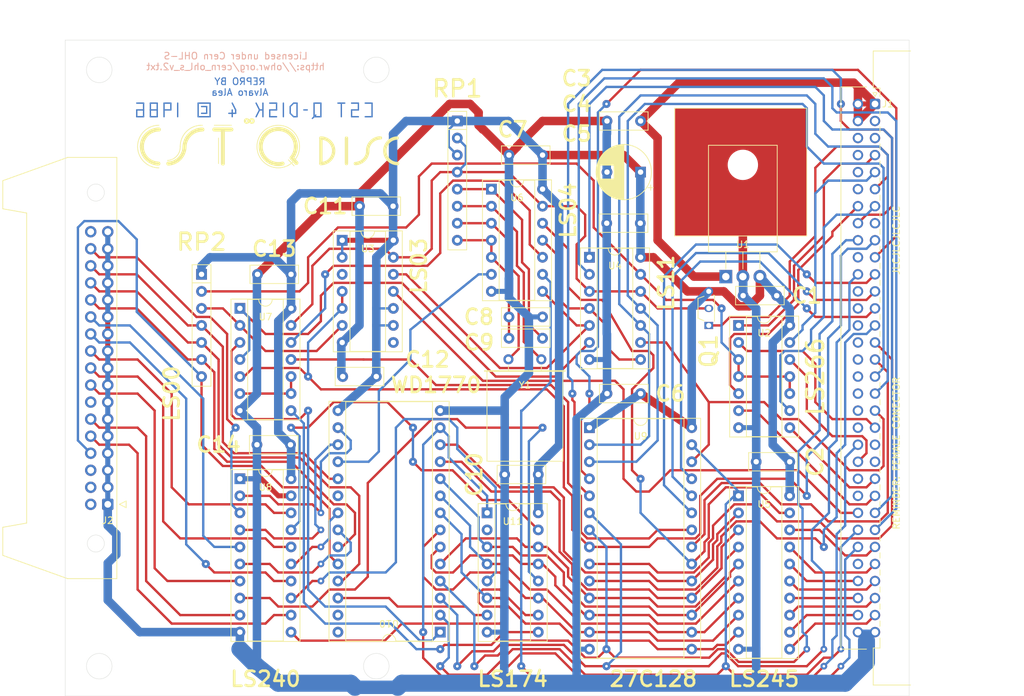
<source format=kicad_pcb>
(kicad_pcb (version 20241229) (generator "pcbnew") (generator_version "9.0")
  (title_block (title "CST Q-Disc Interface Version 4") (date "2023-05-20") (rev "00") (company "Repro by Alvaro Alea Fdz.") (comment 1 "to use with ROM Version 1.18") (comment 2 "Disc Interface for Sinclair QL"))
  (layers (0 "F.Cu" signal) (2 "B.Cu" signal) (13 "F.Paste" user) (15 "B.Paste" user) (5 "F.SilkS" user "F.Silkscreen") (7 "B.SilkS" user "B.Silkscreen") (1 "F.Mask" user) (3 "B.Mask" user) (25 "Edge.Cuts" user))
  (net 0 "")
  (net 1 "GND")
  (net 2 "+9V")
  (net 3 "/SP0")
  (net 4 "/SP1")
  (net 5 "/DSMC")
  (net 6 "/SP2")
  (net 8 "/A3")
  (net 9 "/A4")
  (net 10 "/A5")
  (net 11 "/A6")
  (net 12 "/A7")
  (net 13 "/A8")
  (net 14 "/A9")
  (net 15 "/A10")
  (net 16 "/A11")
  (net 17 "/A12")
  (net 18 "/A13")
  (net 19 "/A14")
  (net 22 "/A16")
  (net 23 "/A17")
  (net 24 "/A18")
  (net 25 "/A19")
  (net 26 "/D7")
  (net 27 "/D6")
  (net 28 "/D5")
  (net 29 "/D4")
  (net 30 "/D3")
  (net 34 "/SP3")
  (net 35 "/A2")
  (net 36 "/A1")
  (net 38 "/A0")
  (net 46 "/RESET")
  (net 47 "/A15")
  (net 50 "/RW")
  (net 51 "/DS")
  (net 53 "/D0")
  (net 54 "/D1")
  (net 55 "/D2")
  (net 59 "/INDEX")
  (net 60 "/DS1")
  (net 61 "/DS2")
  (net 62 "/MOTOR_ON")
  (net 63 "/DIR")
  (net 64 "/STEP")
  (net 65 "/DATA_WR")
  (net 66 "/GATE_WR")
  (net 68 "/TRACK_0")
  (net 69 "/DATA_RD")
  (net 70 "/HEAD")
  (net 72 "/FDCON_CS")
  (net 73 "/DS0")
  (net 74 "/CLK")
  (net 75 "/ROM_OE")
  (net 76 "/DTACKL")
  (net 77 "/FDSET_CS")
  (net 78 "/Dc7")
  (net 79 "/Dc6")
  (net 80 "/Dc5")
  (net 81 "/Dc4")
  (net 82 "/Dc3")
  (net 83 "/Dc0")
  (net 84 "/Dc1")
  (net 85 "/Dc2")
  (net 86 "/ROM_CE")
  (net 87 "/FDCON_DEN")
  (net 88 "Net-(U4-Pad4)")
  (net 89 "/XOR_PULLUP")
  (net 90 "+5V")
  (net 91 "/NOSE_6")
  (net 92 "Net-(U6-Pad10)")
  (net 93 "Net-(U7-Pad10)")
  (net 94 "/WRITE_PROT")
  (net 95 "/FDC_STEP")
  (net 96 "/FDC_DIR")
  (net 97 "/FDC_WD")
  (net 98 "/FDC_WG")
  (net 99 "/iMOT")
  (net 101 "/iHD")
  (net 102 "/iDS_0")
  (net 103 "/iDS_1")
  (net 105 "Net-(RP1-R4.2)")
  (net 106 "Net-(RP1-R3.1)")
  (net 108 "/A3N_PULLUP")
  (net 109 "/interface_Sel")
  (net 110 "/notDS")
  (net 111 "Net-(RP1-R3.2)")
  (net 112 "Net-(RP1-R4.1)")
  (footprint "Package_TO_SOT_THT:TO-220-3_Horizontal_TabDown" (layer "F.Cu") (at 170.307 80.223)
    (property "Reference" "U1")
    (property "Value" "7805")
  )
  (footprint "Capacitor_THT:C_Disc_D7.0mm_W2.5mm_P5.00mm" (layer "F.Cu") (at 157.607 97.663 180)
    (property "Reference" "C6")
    (property "Value" "100n")
  )
  (footprint "Capacitor_THT:C_Disc_D7.0mm_W2.5mm_P5.00mm" (layer "F.Cu") (at 157.607 57.023 180)
    (property "Reference" "C3")
    (property "Value" "330nf")
  )
  (footprint "Package_DIP:DIP-28_W15.24mm_Socket" (layer "F.Cu") (at 149.987 102.743)
    (property "Reference" "U9")
    (property "Value" "27C128")
  )
  (footprint "Package_DIP:DIP-20_W7.62mm_Socket" (layer "F.Cu") (at 172.197 112.908)
    (property "Reference" "U5")
    (property "Value" "LS245")
  )
  (footprint "Package_DIP:DIP-14_W7.62mm_Socket" (layer "F.Cu") (at 135.382 67.183)
    (property "Reference" "U6")
    (property "Value" "LS04")
  )
  (footprint "8bits:DIN41612_B_2x32_Female_Horizontal_THT" (layer "F.Cu") (at 192.532 133.223 -90)
    (property "Reference" "J1")
    (property "Value" "QL_SLOT_DIN41612_CARD")
  )
  (footprint "Crystal:Crystal_HC18-U_Horizontal" (layer "F.Cu") (at 137.922 92.553)
    (property "Reference" "Y1")
    (property "Value" "8Mhz")
  )
  (footprint "Package_DIP:DIP-20_W7.62mm_Socket" (layer "F.Cu") (at 97.917 110.363)
    (property "Reference" "U8")
    (property "Value" "LS240")
  )
  (footprint "Connector_IDC:IDC-Header_2x17_P2.54mm_Latch_Horizontal" (layer "F.Cu") (at 78.232 114.173 180)
    (property "Reference" "J2")
    (property "Value" "Conn_02x17_Odd_Even")
  )
  (footprint "Capacitor_THT:C_Disc_D7.0mm_W2.5mm_P5.00mm" (layer "F.Cu") (at 157.567 72.263 180)
    (property "Reference" "C5")
    (property "Value" "100n")
  )
  (footprint "Capacitor_THT:C_Disc_D7.0mm_W2.5mm_P5.00mm" (layer "F.Cu") (at 118.237 95.123 180)
    (property "Reference" "C12")
    (property "Value" "100n")
  )
  (footprint "Package_DIP:DIP-14_W7.62mm_Socket" (layer "F.Cu") (at 149.987 77.343)
    (property "Reference" "U4")
    (property "Value" "LS11")
  )
  (footprint "Package_DIP:DIP-28_W15.24mm_Socket" (layer "F.Cu") (at 127.762 133.223 180)
    (property "Reference" "U10")
    (property "Value" "WD1770")
  )
  (footprint "Capacitor_THT:CP_Radial_D8.0mm_P5.00mm" (layer "F.Cu") (at 157.607 64.643 180)
    (property "Reference" "C4")
    (property "Value" "100uf/10V")
  )
  (footprint "Capacitor_THT:C_Disc_D7.0mm_W2.5mm_P5.00mm" (layer "F.Cu") (at 105.457 105.283 180)
    (property "Reference" "C14")
    (property "Value" "100n")
  )
  (footprint "Resistor_THT:R_Array_SIP8" (layer "F.Cu") (at 130.302 57.023 -90)
    (property "Reference" "RP1")
    (property "Value" "4K7 (x4)")
  )
  (footprint "Capacitor_THT:C_Disc_D7.0mm_W2.5mm_P5.00mm" (layer "F.Cu") (at 138.002 86.233)
    (property "Reference" "C8")
    (property "Value" "27p")
  )
  (footprint "Resistor_THT:R_Array_SIP7" (layer "F.Cu") (at 92.202 79.883 -90)
    (property "Reference" "RP2")
    (property "Value" "2K2 (x6)")
  )
  (footprint "Capacitor_THT:C_Disc_D7.0mm_W2.5mm_P5.00mm" (layer "F.Cu") (at 179.832 107.823 180)
    (property "Reference" "C2")
    (property "Value" "100n")
  )
  (footprint "Capacitor_THT:C_Disc_D7.0mm_W2.5mm_P5.00mm" (layer "F.Cu") (at 177.887 83.058 180)
    (property "Reference" "C1")
    (property "Value" "100n")
  )
  (footprint "Package_DIP:DIP-14_W7.62mm_Socket" (layer "F.Cu") (at 97.917 84.958)
    (property "Reference" "U7")
    (property "Value" "LS00")
  )
  (footprint "Capacitor_THT:C_Disc_D7.0mm_W2.5mm_P5.00mm" (layer "F.Cu") (at 142.367 109.728 180)
    (property "Reference" "C10")
    (property "Value" "100n")
  )
  (footprint "Package_TO_SOT_THT:TO-92S_Wide" (layer "F.Cu") (at 167.767 87.503 90)
    (property "Reference" "Q1")
    (property "Value" "PN2222A")
  )
  (footprint "Capacitor_THT:C_Disc_D7.0mm_W2.5mm_P5.00mm" (layer "F.Cu") (at 138.002 89.408)
    (property "Reference" "C9")
    (property "Value" "100n")
  )
  (footprint "Package_DIP:DIP-14_W7.62mm_Socket" (layer "F.Cu") (at 113.157 74.803)
    (property "Reference" "U3")
    (property "Value" "LS03")
  )
  (footprint "Capacitor_THT:C_Disc_D7.0mm_W2.5mm_P5.00mm" (layer "F.Cu") (at 120.737 69.723 180)
    (property "Reference" "C11")
    (property "Value" "100n")
  )
  (footprint "Capacitor_THT:C_Disc_D7.0mm_W2.5mm_P5.00mm" (layer "F.Cu") (at 143.002 62.103 180)
    (property "Reference" "C7")
    (property "Value" "100n")
  )
  (footprint "Package_DIP:DIP-16_W7.62mm_Socket" (layer "F.Cu") (at 134.747 115.443)
    (property "Reference" "U11")
    (property "Value" "LS174")
  )
  (footprint "Capacitor_THT:C_Disc_D7.0mm_W2.5mm_P5.00mm" (layer "F.Cu") (at 105.537 79.883 180)
    (property "Reference" "C13")
    (property "Value" "100n")
  )
  (footprint "Package_DIP:DIP-14_W7.62mm_Socket" (layer "F.Cu") (at 172.212 87.503)
    (property "Reference" "U2")
    (property "Value" "LS266")
  )
  (gr_line (start 115.57 55.372) (end 114.554 55.372) (stroke (width 0.2)) (layer "B.Cu"))
  (gr_line (start 84.582 56.388) (end 84.582 55.372) (stroke (width 0.2)) (layer "B.Cu"))
  (gr_line (start 105.918 56.388) (end 105.41 55.88) (stroke (width 0.2)) (layer "B.Cu"))
  (gr_line (start 82.55 56.388) (end 83.566 56.388) (stroke (width 0.2)) (layer "B.Cu"))
  (gr_line (start 96.774 55.372) (end 96.774 56.388) (stroke (width 0.2)) (layer "B.Cu"))
  (gr_line (start 106.426 56.388) (end 105.918 56.388) (stroke (width 0.2)) (layer "B.Cu"))
  (gr_line (start 109.22 56.134) (end 108.712 56.642) (stroke (width 0.2)) (layer "B.Cu"))
  (gr_line (start 91.694 54.356) (end 91.694 56.388) (stroke (width 0.2)) (layer "B.Cu"))
  (gr_line (start 105.41 55.88) (end 105.41 54.864) (stroke (width 0.2)) (layer "B.Cu"))
  (gr_line (start 91.694 56.388) (end 93.472 56.388) (stroke (width 0.2)) (layer "B.Cu"))
  (gr_line (start 93.472 54.356) (end 91.694 54.356) (stroke (width 0.2)) (layer "B.Cu"))
  (gr_line (start 117.602 54.356) (end 117.602 56.388) (stroke (width 0.2)) (layer "B.Cu"))
  (gr_line (start 103.378 54.356) (end 103.378 55.372) (stroke (width 0.2)) (layer "B.Cu"))
  (gr_line (start 114.554 55.372) (end 114.554 56.388) (stroke (width 0.2)) (layer "B.Cu"))
  (gr_line (start 113.538 54.356) (end 112.522 54.356) (stroke (width 0.2)) (layer "B.Cu"))
  (gr_line (start 109.982 54.356) (end 109.982 56.388) (stroke (width 0.2)) (layer "B.Cu"))
  (gr_line (start 117.602 56.388) (end 116.586 56.388) (stroke (width 0.2)) (layer "B.Cu"))
  (gr_line (start 86.614 54.356) (end 86.614 56.388) (stroke (width 0.2)) (layer "B.Cu"))
  (gr_line (start 84.582 54.356) (end 85.598 54.356) (stroke (width 0.2)) (layer "B.Cu"))
  (gr_line (start 114.554 54.356) (end 115.57 54.356) (stroke (width 0.2)) (layer "B.Cu"))
  (gr_line (start 83.566 56.388) (end 83.566 54.356) (stroke (width 0.2)) (layer "B.Cu"))
  (gr_line (start 105.41 54.864) (end 105.918 54.356) (stroke (width 0.2)) (layer "B.Cu"))
  (gr_line (start 101.346 54.356) (end 101.346 56.388) (stroke (width 0.2)) (layer "B.Cu"))
  (gr_line (start 97.282 55.372) (end 96.774 54.356) (stroke (width 0.2)) (layer "B.Cu"))
  (gr_line (start 114.554 56.388) (end 115.57 56.388) (stroke (width 0.2)) (layer "B.Cu"))
  (gr_line (start 87.63 55.372) (end 87.63 54.356) (stroke (width 0.2)) (layer "B.Cu"))
  (gr_line (start 104.394 54.356) (end 104.394 56.388) (stroke (width 0.2)) (layer "B.Cu"))
  (gr_line (start 115.57 54.356) (end 115.57 55.372) (stroke (width 0.2)) (layer "B.Cu"))
  (gr_line (start 96.266 55.88) (end 97.282 55.88) (stroke (width 0.2)) (layer "B.Cu"))
  (gr_line (start 97.282 55.88) (end 97.282 55.372) (stroke (width 0.2)) (layer "B.Cu"))
  (gr_line (start 102.362 56.388) (end 103.378 56.388) (stroke (width 0.2)) (layer "B.Cu"))
  (gr_line (start 86.614 55.372) (end 87.63 55.372) (stroke (width 0.2)) (layer "B.Cu"))
  (gr_line (start 83.566 55.372) (end 82.55 55.372) (stroke (width 0.2)) (layer "B.Cu"))
  (gr_line (start 116.586 54.356) (end 117.602 54.356) (stroke (width 0.2)) (layer "B.Cu"))
  (gr_line (start 109.982 56.388) (end 108.966 56.388) (stroke (width 0.2)) (layer "B.Cu"))
  (gr_line (start 85.598 55.372) (end 84.582 55.372) (stroke (width 0.2)) (layer "B.Cu"))
  (gr_line (start 92.964 55.88) (end 92.964 54.864) (stroke (width 0.2)) (layer "B.Cu"))
  (gr_line (start 87.63 54.356) (end 86.614 54.356) (stroke (width 0.2)) (layer "B.Cu"))
  (gr_line (start 85.598 54.356) (end 85.598 56.388) (stroke (width 0.2)) (layer "B.Cu"))
  (gr_line (start 92.202 55.88) (end 92.964 55.88) (stroke (width 0.2)) (layer "B.Cu"))
  (gr_line (start 93.472 56.388) (end 93.472 54.356) (stroke (width 0.2)) (layer "B.Cu"))
  (gr_line (start 100.838 55.372) (end 100.33 54.356) (stroke (width 0.2)) (layer "B.Cu"))
  (gr_line (start 101.346 55.372) (end 100.838 55.372) (stroke (width 0.2)) (layer "B.Cu"))
  (gr_line (start 85.598 56.388) (end 84.582 56.388) (stroke (width 0.2)) (layer "B.Cu"))
  (gr_line (start 100.838 55.372) (end 100.33 56.388) (stroke (width 0.2)) (layer "B.Cu"))
  (gr_line (start 102.362 55.372) (end 102.362 56.388) (stroke (width 0.2)) (layer "B.Cu"))
  (gr_line (start 88.646 56.388) (end 88.646 54.356) (stroke (width 0.2)) (layer "B.Cu"))
  (gr_line (start 107.442 55.372) (end 107.95 55.372) (stroke (width 0.2)) (layer "B.Cu"))
  (gr_line (start 83.566 54.356) (end 82.55 54.356) (stroke (width 0.2)) (layer "B.Cu"))
  (gr_line (start 113.03 54.356) (end 113.03 56.388) (stroke (width 0.2)) (layer "B.Cu"))
  (gr_line (start 105.918 54.356) (end 106.426 54.356) (stroke (width 0.2)) (layer "B.Cu"))
  (gr_line (start 84.582 55.372) (end 84.582 54.356) (stroke (width 0.2)) (layer "B.Cu"))
  (gr_line (start 103.378 55.372) (end 102.362 55.372) (stroke (width 0.2)) (layer "B.Cu"))
  (gr_line (start 92.964 54.864) (end 92.202 54.864) (stroke (width 0.2)) (layer "B.Cu"))
  (gr_line (start 108.966 56.388) (end 108.966 54.356) (stroke (width 0.2)) (layer "B.Cu"))
  (gr_line (start 106.426 54.356) (end 106.426 56.388) (stroke (width 0.2)) (layer "B.Cu"))
  (gr_line (start 82.55 55.372) (end 82.55 56.388) (stroke (width 0.2)) (layer "B.Cu"))
  (gr_line (start 102.362 54.356) (end 103.378 54.356) (stroke (width 0.2)) (layer "B.Cu"))
  (gr_line (start 108.966 54.356) (end 109.982 54.356) (stroke (width 0.2)) (layer "B.Cu"))
  (gr_arc (start 85.852 64.008) (mid 82.677 60.833) (end 85.852 57.658) (stroke (width 0.12)) (layer "F.SilkS"))
  (gr_line (start 187.452 135.763) (end 191.262 135.763) (stroke (width 0.12)) (layer "F.SilkS"))
  (gr_circle (center 103.632 60.833) (end 103.632 57.658) (stroke (width 0.12)) (fill no) (layer "F.SilkS"))
  (gr_arc (start 116.956251 61.32344) (mid 116.474977 62.737874) (end 115.119764 63.366881) (stroke (width 0.5)) (layer "F.SilkS"))
  (gr_arc (start 89.661719 60.96888) (mid 88.918524 62.633316) (end 87.252525 63.373) (stroke (width 0.6)) (layer "F.SilkS"))
  (gr_arc (start 109.982 59.563) (mid 111.887 61.468) (end 109.982 63.373) (stroke (width 0.5)) (layer "F.SilkS"))
  (gr_arc (start 116.945502 61.4465) (mid 117.510146 60.105205) (end 118.85183 59.541488) (stroke (width 0.5)) (layer "F.SilkS"))
  (gr_line (start 94.742 59.563) (end 94.742 63.373) (stroke (width 0.12)) (layer "F.SilkS"))
  (gr_arc (start 89.026999 60.833) (mid 88.502472 62.256568) (end 87.131002 62.905215) (stroke (width 0.12)) (layer "F.SilkS"))
  (gr_arc (start 104.267 63.373) (mid 102.24618 58.611665) (end 105.634143 62.520083) (stroke (width 0.6)) (layer "F.SilkS"))
  (gr_circle (center 99.695 57.023) (end 99.822 57.023) (stroke (width 0.3)) (fill no) (layer "F.SilkS"))
  (gr_arc (start 85.772001 63.373) (mid 84.034028 62.608662) (end 83.310821 60.853175) (stroke (width 0.6)) (layer "F.SilkS"))
  (gr_rect (start 162.687 55.118) (end 182.372 74.168) (stroke (width 0.12)) (fill no) (layer "F.SilkS"))
  (gr_line (start 105.634143 62.520083) (end 106.332371 63.269904) (stroke (width 0.6)) (layer "F.SilkS"))
  (gr_circle (center 98.933 57.023) (end 99.06 57.023) (stroke (width 0.3)) (fill no) (layer "F.SilkS"))
  (gr_line (start 94.107 58.293) (end 96.647 58.293) (stroke (width 0.6)) (layer "F.SilkS"))
  (gr_line (start 105.988719 63.716653) (end 105.141042 62.800245) (stroke (width 0.12)) (layer "F.SilkS"))
  (gr_arc (start 83.310821 60.853175) (mid 84.046696 59.04446) (end 85.848466 58.291743) (stroke (width 0.6)) (layer "F.SilkS"))
  (gr_line (start 113.792 63.373) (end 113.792 59.563) (stroke (width 0.5)) (layer "F.SilkS"))
  (gr_arc (start 89.027 60.833) (mid 90.000481 58.545219) (end 92.32397 57.660344) (stroke (width 0.12)) (layer "F.SilkS"))
  (gr_line (start 109.982 63.373) (end 109.982 59.563) (stroke (width 0.5)) (layer "F.SilkS"))
  (gr_line (start 95.377 58.293) (end 95.377 63.373) (stroke (width 0.6)) (layer "F.SilkS"))
  (gr_line (start 191.262 51.943) (end 187.452 51.943) (stroke (width 0.12)) (layer "F.SilkS"))
  (gr_line (start 94.107 57.658) (end 96.647 57.658) (stroke (width 0.12)) (layer "F.SilkS"))
  (gr_line (start 187.452 51.943) (end 187.452 135.763) (stroke (width 0.12)) (layer "F.SilkS"))
  (gr_arc (start 89.661719 60.96888) (mid 90.443245 59.081395) (end 92.33068 58.29975) (stroke (width 0.6)) (layer "F.SilkS"))
  (gr_arc (start 121.412 63.373) (mid 119.507269 61.500043) (end 121.347924 59.564078) (stroke (width 0.5)) (layer "F.SilkS"))
  (gr_line (start 197.612 44.958) (end 71.882 44.958) (stroke (width 0.05)) (layer "Edge.Cuts"))
  (gr_circle (center 76.454 67.691) (end 77.724 67.691) (stroke (width 0.05)) (fill no) (layer "Edge.Cuts"))
  (gr_circle (center 76.454 120.015) (end 77.724 120.015) (stroke (width 0.05)) (fill no) (layer "Edge.Cuts"))
  (gr_circle (center 76.962 49.403) (end 78.867 49.403) (stroke (width 0.05)) (fill no) (layer "Edge.Cuts"))
  (gr_circle (center 118.237 138.303) (end 120.142 138.303) (stroke (width 0.05)) (fill no) (layer "Edge.Cuts"))
  (gr_line (start 197.612 142.748) (end 197.612 44.958) (stroke (width 0.05)) (layer "Edge.Cuts"))
  (gr_line (start 71.882 44.958) (end 71.882 142.748) (stroke (width 0.05)) (layer "Edge.Cuts"))
  (gr_circle (center 118.237 49.403) (end 120.142 49.403) (stroke (width 0.05)) (fill no) (layer "Edge.Cuts"))
  (gr_line (start 71.882 142.748) (end 197.612 142.748) (stroke (width 0.05)) (layer "Edge.Cuts"))
  (gr_circle (center 76.962 138.303) (end 78.867 138.303) (stroke (width 0.05)) (fill no) (layer "Edge.Cuts"))
  (gr_text "REPRO BY\nAlvaro Alea" (at 97.917 51.943 0) (layer "B.Cu") (effects (font (size 1 1)) (justify mirror)))
  (gr_text "REMINDER: FEMALE CONECTOR" (at 195.707 106.553 90) (layer "F.SilkS") (effects (font (size 1 1))))
  (gr_text "JLCJLCJLCJLC" (at 195.707 74.803 90) (layer "F.SilkS") (effects (font (size 1 1))))
  (gr_text "Licensed under Cern OHL-S\nhttps://ohwr.org/cern_ohl_s_v2.txt" (at 97.282 48.133 0) (layer "B.SilkS") (effects (font (size 1 1)) (justify mirror)))
  (segment (start 143.002 57.023) (end 139.192 60.833) (width 1.27) (layer "F.Cu") (net 1))
  (segment (start 133.477 57.658) (end 134.112 58.293) (width 1.27) (layer "F.Cu") (net 1))
  (segment (start 172.847 80.223) (end 172.847 73.406) (width 1.27) (layer "F.Cu") (net 1))
  (segment (start 139.192 60.833) (end 139.192 60.913) (width 1.27) (layer "F.Cu") (net 1))
  (segment (start 101.092 110.363) (end 97.917 110.363) (width 0.75) (layer "F.Cu") (net 1))
  (segment (start 143.002 57.023) (end 152.607 57.023) (width 1.27) (layer "F.Cu") (net 1))
  (segment (start 139.192 60.913) (end 138.002 62.103) (width 1.27) (layer "F.Cu") (net 1))
  (segment (start 110.697 69.723) (end 100.537 79.883) (width 1.27) (layer "F.Cu") (net 1))
  (segment (start 103.632 112.903) (end 101.092 110.363) (width 0.75) (layer "F.Cu") (net 1))
  (segment (start 133.477 55.753) (end 133.477 57.658) (width 1.27) (layer "F.Cu") (net 1))
  (segment (start 110.697 69.723) (end 115.737 69.723) (width 1.27) (layer "F.Cu") (net 1))
  (segment (start 132.207 54.483) (end 133.477 55.753) (width 1.27) (layer "F.Cu") (net 1))
  (segment (start 78.232 86.233) (end 78.232 91.313) (width 0.75) (layer "F.Cu") (net 1))
  (segment (start 134.112 58.293) (end 134.192 58.293) (width 1.27) (layer "F.Cu") (net 1))
  (segment (start 115.737 69.723) (end 115.737 67.905) (width 1.27) (layer "F.Cu") (net 1))
  (segment (start 105.537 112.903) (end 103.632 112.903) (width 0.75) (layer "F.Cu") (net 1))
  (segment (start 129.159 54.483) (end 132.207 54.483) (width 1.27) (layer "F.Cu") (net 1))
  (segment (start 115.737 67.905) (end 129.159 54.483) (width 1.27) (layer "F.Cu") (net 1))
  (segment (start 134.192 58.293) (end 138.002 62.103) (width 1.27) (layer "F.Cu") (net 1))
  (segment (start 134.747 133.223) (end 137.367 133.223) (width 0.75) (layer "B.Cu") (net 1))
  (segment (start 174.832 85.003) (end 172.887 83.058) (width 1.27) (layer "B.Cu") (net 1))
  (segment (start 138.002 80.518) (end 138.002 82.503) (width 1.27) (layer "B.Cu") (net 1))
  (segment (start 152.567 88.733) (end 152.607 88.773) (width 0.75) (layer "B.Cu") (net 1))
  (segment (start 100.457 105.283) (end 100.457 102.738) (width 1.27) (layer "B.Cu") (net 1))
  (segment (start 78.232 128.4605) (end 82.9945 133.223) (width 1.27) (layer "B.Cu") (net 1))
  (segment (start 152.567 58.968) (end 152.567 72.263) (width 1.27) (layer "B.Cu") (net 1))
  (segment (start 191.262 133.223) (end 192.532 133.223) (width 0.75) (layer "B.Cu") (net 1))
  (segment (start 174.832 102.823) (end 174.832 104.728) (width 0.75) (layer "B.Cu") (net 1))
  (segment (start 79.502 121.666) (end 78.232 122.936) (width 1.27) (layer "B.Cu") (net 1))
  (segment (start 174.752 102.743) (end 174.832 102.823) (width 0.75) (layer "B.Cu") (net 1))
  (segment (start 115.697 87.503) (end 115.737 87.503) (width 0.75) (layer "B.Cu") (net 1))
  (segment (start 100.457 97.658) (end 97.917 100.198) (width 1.27) (layer "B.Cu") (net 1))
  (segment (start 152.607 58.928) (end 152.567 58.968) (width 0.75) (layer "B.Cu") (net 1))
  (segment (start 174.747 135.768) (end 174.832 135.683) (width 0.75) (layer "B.Cu") (net 1))
  (segment (start 78.232 73.533) (end 78.232 86.233) (width 0.75) (layer "B.Cu") (net 1))
  (segment (start 137.367 100.838) (end 137.367 109.728) (width 1.27) (layer "B.Cu") (net 1))
  (segment (start 140.97 94.615) (end 140.97 86.233) (width 1.27) (layer "B.Cu") (net 1))
  (segment (start 78.232 122.936) (end 78.232 128.4605) (width 1.27) (layer "B.Cu") (net 1))
  (segment (start 100.457 105.283) (end 100.457 138.303) (width 1.27) (layer "B.Cu") (net 1))
  (segment (start 78.232 114.173) (end 78.232 91.313) (width 0.75) (layer "B.Cu") (net 1))
  (segment (start 152.607 97.663) (end 152.607 88.773) (width 1.27) (layer "B.Cu") (net 1))
  (segment (start 172.197 135.768) (end 174.747 135.768) (width 0.75) (layer "B.Cu") (net 1))
  (segment (start 97.917 133.223) (end 97.917 135.763) (width 1.27) (layer "B.Cu") (net 1))
  (segment (start 138.002 83.439) (end 140.97 86.233) (width 1.27) (layer "B.Cu") (net 1))
  (segment (start 138.002 62.103) (end 138.002 80.518) (width 1.27) (layer "B.Cu") (net 1))
  (segment (start 143.002 86.233) (end 140.97 86.233) (width 0.75) (layer "B.Cu") (net 1))
  (segment (start 122.047 140.843) (end 188.087 140.843) (width 2.54) (layer "B.Cu") (net 1))
  (segment (start 137.367 109.728) (end 137.287 140.843) (width 1.27) (layer "B.Cu") (net 1))
  (segment (start 113.157 90.043) (end 115.697 87.503) (width 1.27) (layer "B.Cu") (net 1))
  (segment (start 172.887 83.058) (end 172.887 80.263) (width 1.27) (layer "B.Cu") (net 1))
  (segment (start 152.567 72.263) (end 152.567 88.733) (width 1.27) (layer "B.Cu") (net 1))
  (segment (start 149.987 92.583) (end 152.607 92.583) (width 0.75) (layer "B.Cu") (net 1))
  (segment (start 137.367 100.838) (end 137.367 98.218) (width 1.27) (layer "B.Cu") (net 1))
  (segment (start 148.082 135.763) (end 149.987 135.763) (width 0.75) (layer "B.Cu") (net 1))
  (segment (start 174.832 107.823) (end 174.832 135.683) (width 1.27) (layer "B.Cu") (net 1))
  (segment (start 152.607 58.928) (end 152.607 57.023) (width 1.27) (layer "B.Cu") (net 1))
  (segment (start 148.082 140.843) (end 148.082 101.473) (width 1.27) (layer "B.Cu") (net 1))
  (segment (start 137.367 100.283) (end 137.367 100.838) (width 0.75) (layer "B.Cu") (net 1))
  (segment (start 78.232 114.173) (end 78.232 117.348) (width 1.27) (layer "B.Cu") (net 1))
  (segment (start 138.002 80.518) (end 138.002 83.439) (width 1.27) (layer "B.Cu") (net 1))
  (segment (start 78.232 117.348) (end 79.502 118.618) (width 1.27) (layer "B.Cu") (net 1))
  (segment (start 174.832 104.728) (end 174.832 107.823) (width 1.27) (layer "B.Cu") (net 1))
  (segment (start 122.047 140.843) (end 121.437 141.453) (width 2.54) (layer "B.Cu") (net 1))
  (segment (start 172.887 82.423) (end 172.887 80.263) (width 1.27) (layer "B.Cu") (net 1))
  (segment (start 127.762 100.203) (end 137.287 100.203) (width 1.27) (layer "B.Cu") (net 1))
  (segment (start 113.03 90.043) (end 113.03 95.123) (width 1.27) (layer "B.Cu") (net 1))
  (segment (start 97.917 110.363) (end 99.822 110.363) (width 0.75) (layer "B.Cu") (net 1))
  (segment (start 135.382 82.423) (end 137.922 82.423) (width 0.75) (layer "B.Cu") (net 1))
  (segment (start 174.832 104.728) (end 174.832 85.003) (width 1.27) (layer "B.Cu") (net 1))
  (segment (start 100.457 138.303) (end 103.632 140.843) (width 2.54) (layer "B.Cu") (net 1))
  (segment (start 174.832 135.683) (end 174.832 140.843) (width 1.27) (layer "B.Cu") (net 1))
  (segment (start 172.212 102.743) (end 174.752 102.743) (width 0.75) (layer "B.Cu") (net 1))
  (segment (start 103.632 140.843) (end 114.427 140.843) (width 2.54) (layer "B.Cu") (net 1))
  (segment (start 188.087 140.843) (end 191.262 137.668) (width 2.54) (layer "B.Cu") (net 1))
  (segment (start 114.427 140.843) (end 115.062 141.453) (width 2.54) (layer "B.Cu") (net 1))
  (segment (start 137.367 98.218) (end 140.97 94.615) (width 1.27) (layer "B.Cu") (net 1))
  (segment (start 79.502 118.618) (end 79.502 121.666) (width 1.27) (layer "B.Cu") (net 1))
  (segment (start 189.992 133.223) (end 191.262 133.223) (width 0.75) (layer "B.Cu") (net 1))
  (segment (start 191.262 137.668) (end 191.262 134.493) (width 2.54) (layer "B.Cu") (net 1))
  (segment (start 100.457 97.658) (end 100.457 79.883) (width 1.27) (layer "B.Cu") (net 1))
  (segment (start 137.287 100.203) (end 137.367 100.283) (width 0.75) (layer "B.Cu") (net 1))
  (segment (start 148.082 101.473) (end 152.607 97.663) (width 1.27) (layer "B.Cu") (net 1))
  (segment (start 115.737 69.723) (end 115.737 87.503) (width 1.27) (layer "B.Cu") (net 1))
  (segment (start 137.922 82.423) (end 138.002 82.503) (width 0.75) (layer "B.Cu") (net 1))
  (segment (start 100.457 102.738) (end 97.917 100.198) (width 1.27) (layer "B.Cu") (net 1))
  (segment (start 115.062 141.453) (end 121.437 141.453) (width 2) (layer "B.Cu") (net 1))
  (segment (start 82.9945 133.223) (end 97.917 133.223) (width 1.27) (layer "B.Cu") (net 1))
  (segment (start 97.917 135.763) (end 100.457 138.303) (width 2.54) (layer "B.Cu") (net 1))
  (segment (start 189.992 57.023) (end 189.992 54.483) (width 1.27) (layer "F.Cu") (net 2))
  (segment (start 189.992 51.943) (end 189.992 54.483) (width 1.27) (layer "F.Cu") (net 2))
  (segment (start 163.322 51.308) (end 157.607 57.023) (width 1.27) (layer "F.Cu") (net 2))
  (segment (start 157.607 57.023) (end 160.147 59.563) (width 1.27) (layer "F.Cu") (net 2))
  (segment (start 192.532 54.483) (end 189.992 51.943) (width 1.27) (layer "F.Cu") (net 2))
  (segment (start 192.532 54.483) (end 189.992 57.023) (width 1.27) (layer "F.Cu") (net 2))
  (segment (start 165.567 80.223) (end 170.307 80.223) (width 1.27) (layer "F.Cu") (net 2))
  (segment (start 160.147 59.563) (end 160.147 74.803) (width 1.27) (layer "F.Cu") (net 2))
  (segment (start 163.322 51.308) (end 189.357 51.308) (width 1.27) (layer "F.Cu") (net 2))
  (segment (start 189.992 54.483) (end 192.532 54.483) (width 0.75) (layer "F.Cu") (net 2))
  (segment (start 160.147 74.803) (end 165.567 80.223) (width 1.27) (layer "F.Cu") (net 2))
  (segment (start 189.992 51.943) (end 189.357 51.308) (width 1.27) (layer "F.Cu") (net 2))
  (segment (start 192.532 62.103) (end 191.262 63.373) (width 0.35) (layer "F.Cu") (net 3))
  (segment (start 191.262 63.373) (end 187.452 63.373) (width 0.35) (layer "F.Cu") (net 3))
  (segment (start 176.657 87.503) (end 172.212 87.503) (width 0.35) (layer "F.Cu") (net 3))
  (segment (start 180.467 78.613) (end 180.467 83.693) (width 0.35) (layer "F.Cu") (net 3))
  (segment (start 184.912 74.168) (end 180.467 78.613) (width 0.35) (layer "F.Cu") (net 3))
  (segment (start 187.452 63.373) (end 184.912 65.913) (width 0.35) (layer "F.Cu") (net 3))
  (segment (start 184.912 65.913) (end 184.912 74.168) (width 0.35) (layer "F.Cu") (net 3))
  (segment (start 180.467 83.693) (end 176.657 87.503) (width 0.35) (layer "F.Cu") (net 3))
  (segment (start 185.547 65.913) (end 183.642 67.818) (width 0.35) (layer "B.Cu") (net 4))
  (segment (start 192.532 64.643) (end 191.262 65.913) (width 0.35) (layer "B.Cu") (net 4))
  (segment (start 183.642 67.818) (end 183.642 85.598) (width 0.35) (layer "B.Cu") (net 4))
  (segment (start 183.642 85.598) (end 181.737 87.503) (width 0.35) (layer "B.Cu") (net 4))
  (segment (start 181.737 87.503) (end 181.737 88.138) (width 0.35) (layer "B.Cu") (net 4))
  (segment (start 181.737 88.138) (end 179.832 90.043) (width 0.35) (layer "B.Cu") (net 4))
  (segment (start 191.262 65.913) (end 185.547 65.913) (width 0.35) (layer "B.Cu") (net 4))
  (segment (start 193.167 60.833) (end 186.817 60.833) (width 0.35) (layer "F.Cu") (net 5))
  (segment (start 186.817 60.833) (end 183.642 64.008) (width 0.35) (layer "F.Cu") (net 5))
  (segment (start 179.832 83.058) (end 176.657 86.233) (width 0.35) (layer "F.Cu") (net 5))
  (segment (start 176.657 86.233) (end 170.942 86.233) (width 0.35) (layer "F.Cu") (net 5))
  (segment (start 192.532 67.183) (end 194.437 65.278) (width 0.35) (layer "F.Cu") (net 5))
  (segment (start 194.437 62.103) (end 193.167 60.833) (width 0.35) (layer "F.Cu") (net 5))
  (segment (start 194.437 65.278) (end 194.437 62.103) (width 0.35) (layer "F.Cu") (net 5))
  (segment (start 183.642 74.168) (end 179.832 77.978) (width 0.35) (layer "F.Cu") (net 5))
  (segment (start 183.642 64.008) (end 183.642 74.168) (width 0.35) (layer "F.Cu") (net 5))
  (segment (start 169.672 87.503) (end 167.767 87.503) (width 0.35) (layer "F.Cu") (net 5))
  (segment (start 179.832 77.978) (end 179.832 83.058) (width 0.35) (layer "F.Cu") (net 5))
  (segment (start 170.942 86.233) (end 169.672 87.503) (width 0.35) (layer "F.Cu") (net 5))
  (segment (start 191.262 70.993) (end 186.817 70.993) (width 0.35) (layer "B.Cu") (net 6))
  (segment (start 178.435 98.806) (end 179.832 100.203) (width 0.35) (layer "B.Cu") (net 6))
  (segment (start 184.912 86.233) (end 183.007 88.138) (width 0.35) (layer "B.Cu") (net 6))
  (segment (start 183.007 90.043) (end 181.737 91.313) (width 0.35) (layer "B.Cu") (net 6))
  (segment (start 186.817 70.993) (end 184.912 72.898) (width 0.35) (layer "B.Cu") (net 6))
  (segment (start 192.532 69.723) (end 191.262 70.993) (width 0.35) (layer "B.Cu") (net 6))
  (segment (start 178.435 98.806) (end 178.435 91.948) (width 0.35) (layer "B.Cu") (net 6))
  (segment (start 181.737 91.313) (end 179.07 91.313) (width 0.35) (layer "B.Cu") (net 6))
  (segment (start 184.912 72.898) (end 184.912 86.233) (width 0.35) (layer "B.Cu") (net 6))
  (segment (start 178.435 91.948) (end 179.07 91.313) (width 0.35) (layer "B.Cu") (net 6))
  (segment (start 183.007 88.138) (end 183.007 90.043) (width 0.35) (layer "B.Cu") (net 6))
  (segment (start 106.807 93.853) (end 99.822 93.853) (width 0.35) (layer "F.Cu") (net 8))
  (segment (start 179.832 110.363) (end 182.372 112.903) (width 0.35) (layer "F.Cu") (net 8))
  (segment (start 166.497 118.545894) (end 166.497 112.903) (width 0.35) (layer "F.Cu") (net 8))
  (segment (start 166.497 112.903) (end 169.037 110.363) (width 0.35) (layer "F.Cu") (net 8))
  (segment (start 143.637 97.028) (end 146.177 99.568) (width 0.35) (layer "F.Cu") (net 8))
  (segment (start 98.557 95.118) (end 99.822 93.853) (width 0.35) (layer "F.Cu") (net 8))
  (segment (start 149.987 120.523) (end 158.877 120.523) (width 0.35) (layer "F.Cu") (net 8))
  (segment (start 147.447 112.903) (end 147.447 117.983) (width 0.35) (layer "F.Cu") (net 8))
  (segment (start 160.147 119.253) (end 165.789894 119.253) (width 0.35) (layer "F.Cu") (net 8))
  (segment (start 158.877 120.523) (end 160.147 119.253) (width 0.35) (layer "F.Cu") (net 8))
  (segment (start 113.157 82.423) (end 113.157 84.963) (width 0.35) (layer "F.Cu") (net 8))
  (segment (start 146.177 99.568) (end 146.177 111.633) (width 0.35) (layer "F.Cu") (net 8))
  (segment (start 165.789894 119.253) (end 166.497 118.545894) (width 0.35) (layer "F.Cu") (net 8))
  (segment (start 108.077 95.123) (end 106.807 93.853) (width 0.35) (layer "F.Cu") (net 8))
  (segment (start 109.982 97.028) (end 143.637 97.028) (width 0.35) (layer "F.Cu") (net 8))
  (segment (start 147.447 117.983) (end 149.987 120.523) (width 0.35) (layer "F.Cu") (net 8))
  (segment (start 146.177 111.633) (end 147.447 112.903) (width 0.35) (layer "F.Cu") (net 8))
  (segment (start 169.037 110.363) (end 179.832 110.363) (width 0.35) (layer "F.Cu") (net 8))
  (segment (start 108.077 95.123) (end 109.982 97.028) (width 0.35) (layer "F.Cu") (net 8))
  (via (at 108.077 95.123) (size 1.2) (drill 0.4) (layers "F.Cu" "B.Cu") (net 8))
  (via (at 182.372 112.903) (size 1.2) (drill 0.4) (layers "F.Cu" "B.Cu") (net 8))
  (segment (start 108.077 90.043) (end 113.157 84.963) (width 0.35) (layer "B.Cu") (net 8))
  (segment (start 191.262 76.073) (end 192.532 74.803) (width 0.35) (layer "B.Cu") (net 8))
  (segment (start 108.077 95.123) (end 108.077 90.043) (width 0.35) (layer "B.Cu") (net 8))
  (segment (start 185.547 103.886) (end 185.547 89.408) (width 0.35) (layer "B.Cu") (net 8))
  (segment (start 187.452 77.089) (end 188.468 76.073) (width 0.35) (layer "B.Cu") (net 8))
  (segment (start 188.468 76.073) (end 191.262 76.073) (width 0.35) (layer "B.Cu") (net 8))
  (segment (start 185.547 89.408) (end 187.452 87.503) (width 0.35) (layer "B.Cu") (net 8))
  (segment (start 182.372 107.061) (end 185.547 103.886) (width 0.35) (layer "B.Cu") (net 8))
  (segment (start 182.372 112.903) (end 182.372 107.061) (width 0.35) (layer "B.Cu") (net 8))
  (segment (start 187.452 87.503) (end 187.452 77.089) (width 0.35) (layer "B.Cu") (net 8))
  (segment (start 195.707 74.168) (end 192.532 77.343) (width 0.35) (layer "F.Cu") (net 9))
  (segment (start 148.717 109.093) (end 148.717 101.473) (width 0.35) (layer "F.Cu") (net 9))
  (segment (start 157.607 49.403) (end 189.992 49.403) (width 0.35) (layer "F.Cu") (net 9))
  (segment (start 148.717 109.093) (end 149.987 110.363) (width 0.35) (layer "F.Cu") (net 9))
  (segment (start 152.527 54.483) (end 157.607 49.403) (width 0.35) (layer "F.Cu") (net 9))
  (segment (start 149.987 100.203) (end 148.717 101.473) (width 0.35) (layer "F.Cu") (net 9))
  (segment (start 189.992 49.403) (end 195.707 55.118) (width 0.35) (layer "F.Cu") (net 9))
  (segment (start 195.707 55.118) (end 195.707 74.168) (width 0.35) (layer "F.Cu") (net 9))
  (segment (start 149.987 97.663) (end 149.987 100.203) (width 0.35) (layer "F.Cu") (net 9))
  (via (at 152.527 54.483) (size 1.2) (drill 0.4) (layers "F.Cu" "B.Cu") (net 9))
  (via (at 149.987 97.663) (size 1.2) (drill 0.4) (layers "F.Cu" "B.Cu") (net 9))
  (segment (start 151.257 55.753) (end 152.527 54.483) (width 0.35) (layer "B.Cu") (net 9))
  (segment (start 149.987 95.123) (end 148.082 93.218) (width 0.35) (layer "B.Cu") (net 9))
  (segment (start 148.717 91.313) (end 150.622 91.313) (width 0.35) (layer "B.Cu") (net 9))
  (segment (start 151.257 90.678) (end 151.257 55.753) (width 0.35) (layer "B.Cu") (net 9))
  (segment (start 148.082 93.218) (end 148.082 91.948) (width 0.35) (layer "B.Cu") (net 9))
  (segment (start 150.622 91.313) (end 151.257 90.678) (width 0.35) (layer "B.Cu") (net 9))
  (segment (start 148.082 91.948) (end 148.717 91.313) (width 0.35) (layer "B.Cu") (net 9))
  (segment (start 149.987 97.663) (end 149.987 95.123) (width 0.35) (layer "B.Cu") (net 9))
  (segment (start 192.532 79.883) (end 191.262 81.153) (width 0.35) (layer "F.Cu") (net 10))
  (segment (start 191.262 81.153) (end 183.642 81.153) (width 0.35) (layer "F.Cu") (net 10))
  (segment (start 183.642 81.153) (end 182.372 79.883) (width 0.35) (layer "F.Cu") (net 10))
  (via (at 182.372 79.883) (size 1.2) (drill 0.4) (layers "F.Cu" "B.Cu") (net 10))
  (segment (start 161.0995 80.2005) (end 165.862 75.438) (width 0.35) (layer "B.Cu") (net 10))
  (segment (start 161.0995 111.3155) (end 161.0995 80.2005) (width 0.35) (layer "B.Cu") (net 10))
  (segment (start 161.0995 111.3155) (end 165.227 115.443) (width 0.35) (layer "B.Cu") (net 10))
  (segment (start 165.862 75.438) (end 177.927 75.438) (width 0.35) (layer "B.Cu") (net 10))
  (segment (start 177.927 75.438) (end 182.372 79.883) (width 0.35) (layer "B.Cu") (net 10))
  (segment (start 183.642 83.693) (end 182.372 82.423) (width 0.35) (layer "F.Cu") (net 11))
  (segment (start 191.262 83.693) (end 183.642 83.693) (width 0.35) (layer "F.Cu") (net 11))
  (segment (start 192.532 82.423) (end 191.262 83.693) (width 0.35) (layer "F.Cu") (net 11))
  (via (at 182.372 82.423) (size 1.2) (drill 0.4) (layers "F.Cu" "B.Cu") (net 11))
  (segment (start 176.657 76.708) (end 182.372 82.423) (width 0.35) (layer "B.Cu") (net 11))
  (segment (start 162.3695 110.0455) (end 165.227 112.903) (width 0.35) (layer "B.Cu") (net 11))
  (segment (start 165.862 76.708) (end 176.657 76.708) (width 0.35) (layer "B.Cu") (net 11))
  (segment (start 162.3695 110.0455) (end 162.3695 80.2005) (width 0.35) (layer "B.Cu") (net 11))
  (segment (start 162.3695 80.2005) (end 165.862 76.708) (width 0.35) (layer "B.Cu") (net 11))
  (segment (start 183.642 86.233) (end 182.372 84.963) (width 0.35) (layer "F.Cu") (net 12))
  (segment (start 192.532 84.963) (end 191.262 86.233) (width 0.35) (layer "F.Cu") (net 12))
  (segment (start 191.262 86.233) (end 183.642 86.233) (width 0.35) (layer "F.Cu") (net 12))
  (via (at 182.372 84.963) (size 1.2) (drill 0.4) (layers "F.Cu" "B.Cu") (net 12))
  (segment (start 165.227 110.363) (end 163.6395 108.7755) (width 0.35) (layer "B.Cu") (net 12))
  (segment (start 175.387 77.978) (end 182.372 84.963) (width 0.35) (layer "B.Cu") (net 12))
  (segment (start 163.6395 80.8355) (end 166.497 77.978) (width 0.35) (layer "B.Cu") (net 12))
  (segment (start 163.6395 108.7755) (end 163.6395 80.8355) (width 0.35) (layer "B.Cu") (net 12))
  (segment (start 166.497 77.978) (end 175.387 77.978) (width 0.35) (layer "B.Cu") (net 12))
  (segment (start 184.912 120.523) (end 183.642 119.253) (width 0.35) (layer "F.Cu") (net 13))
  (segment (start 169.630947 119.846947) (end 169.037 120.440894) (width 0.35) (layer "F.Cu") (net 13))
  (segment (start 169.037 123.625894) (end 165.789894 126.873) (width 0.35) (layer "F.Cu") (net 13))
  (segment (start 171.881009 116.713) (end 169.630947 118.963062) (width 0.35) (layer "F.Cu") (net 13))
  (segment (start 183.642 119.253) (end 177.927 119.253) (width 0.35) (layer "F.Cu") (net 13))
  (segment (start 165.789894 126.873) (end 160.147 126.873) (width 0.35) (layer "F.Cu") (net 13))
  (segment (start 169.630947 118.963062) (end 169.630947 119.846947) (width 0.35) (layer "F.Cu") (net 13))
  (segment (start 158.877 125.603) (end 149.987 125.603) (width 0.35) (layer "F.Cu") (net 13))
  (segment (start 177.927 119.253) (end 175.387 116.713) (width 0.35) (layer "F.Cu") (net 13))
  (segment (start 175.387 116.713) (end 171.881009 116.713) (width 0.35) (layer "F.Cu") (net 13))
  (segment (start 160.147 126.873) (end 158.877 125.603) (width 0.35) (layer "F.Cu") (net 13))
  (segment (start 169.037 120.440894) (end 169.037 123.625894) (width 0.35) (layer "F.Cu") (net 13))
  (via (at 184.912 120.523) (size 1.2) (drill 0.4) (layers "F.Cu" "B.Cu") (net 13))
  (segment (start 192.532 87.503) (end 191.262 88.773) (width 0.35) (layer "B.Cu") (net 13))
  (segment (start 191.262 88.773) (end 189.357 88.773) (width 0.35) (layer "B.Cu") (net 13))
  (segment (start 186.817 116.078) (end 184.912 117.983) (width 0.35) (layer "B.Cu") (net 13))
  (segment (start 188.087 105.283) (end 186.817 106.553) (width 0.35) (layer "B.Cu") (net 13))
  (segment (start 186.817 106.553) (end 186.817 116.078) (width 0.35) (layer "B.Cu") (net 13))
  (segment (start 188.087 90.043) (end 188.087 105.283) (width 0.35) (layer "B.Cu") (net 13))
  (segment (start 189.357 88.773) (end 188.087 90.043) (width 0.35) (layer "B.Cu") (net 13))
  (segment (start 184.912 117.983) (end 184.912 120.523) (width 0.35) (layer "B.Cu") (net 13))
  (segment (start 158.877 123.063) (end 149.987 123.063) (width 0.35) (layer "F.Cu") (net 14))
  (segment (start 195.072 117.348) (end 193.167 119.253) (width 0.35) (layer "F.Cu") (net 14))
  (segment (start 160.147 124.333) (end 158.877 123.063) (width 0.35) (layer "F.Cu") (net 14))
  (segment (start 177.927 116.713) (end 175.387 114.173) (width 0.35) (layer "F.Cu") (net 14))
  (segment (start 175.387 114.173) (end 171.577 114.173) (width 0.35) (layer "F.Cu") (net 14))
  (segment (start 186.817 119.253) (end 184.277 116.713) (width 0.35) (layer "F.Cu") (net 14))
  (segment (start 167.767 119.888) (end 167.767 122.113992) (width 0.35) (layer "F.Cu") (net 14))
  (segment (start 168.402 117.348) (end 168.402 119.253) (width 0.35) (layer "F.Cu") (net 14))
  (segment (start 184.277 116.713) (end 177.927 116.713) (width 0.35) (layer "F.Cu") (net 14))
  (segment (start 193.167 119.253) (end 186.817 119.253) (width 0.35) (layer "F.Cu") (net 14))
  (segment (start 195.072 92.583) (end 195.072 117.348) (width 0.35) (layer "F.Cu") (net 14))
  (segment (start 192.532 90.043) (end 195.072 92.583) (width 0.35) (layer "F.Cu") (net 14))
  (segment (start 171.577 114.173) (end 168.402 117.348) (width 0.35) (layer "F.Cu") (net 14))
  (segment (start 165.547991 124.333) (end 160.147 124.333) (width 0.35) (layer "F.Cu") (net 14))
  (segment (start 167.767 122.113992) (end 165.547991 124.333) (width 0.35) (layer "F.Cu") (net 14))
  (segment (start 168.402 119.253) (end 167.767 119.888) (width 0.35) (layer "F.Cu") (net 14))
  (segment (start 183.007 114.173) (end 178.562 114.173) (width 0.35) (layer "F.Cu") (net 15))
  (segment (start 193.167 116.713) (end 185.547 116.713) (width 0.35) (layer "F.Cu") (net 15))
  (segment (start 167.132 118.618) (end 165.227 120.523) (width 0.35) (layer "F.Cu") (net 15))
  (segment (start 194.437 94.488) (end 194.437 115.443) (width 0.35) (layer "F.Cu") (net 15))
  (segment (start 169.672 110.998) (end 167.132 113.538) (width 0.35) (layer "F.Cu") (net 15))
  (segment (start 175.387 110.998) (end 169.672 110.998) (width 0.35) (layer "F.Cu") (net 15))
  (segment (start 167.132 113.538) (end 167.132 118.618) (width 0.35) (layer "F.Cu") (net 15))
  (segment (start 185.547 116.713) (end 183.007 114.173) (width 0.35) (layer "F.Cu") (net 15))
  (segment (start 192.532 92.583) (end 194.437 94.488) (width 0.35) (layer "F.Cu") (net 15))
  (segment (start 194.437 115.443) (end 193.167 116.713) (width 0.35) (layer "F.Cu") (net 15))
  (segment (start 178.562 114.173) (end 175.387 110.998) (width 0.35) (layer "F.Cu") (net 15))
  (segment (start 193.167 63.373) (end 184.912 63.373) (width 0.35) (layer "B.Cu") (net 16))
  (segment (start 182.372 55.118) (end 181.737 54.483) (width 0.35) (layer "B.Cu") (net 16))
  (segment (start 192.532 95.123) (end 193.802 93.853) (width 0.35) (layer "B.Cu") (net 16))
  (segment (start 182.372 60.833) (end 182.372 55.118) (width 0.35) (layer "B.Cu") (net 16))
  (segment (start 184.912 63.373) (end 182.372 60.833) (width 0.35) (layer "B.Cu") (net 16))
  (segment (start 156.972 107.823) (end 149.987 107.823) (width 0.35) (layer "B.Cu") (net 16))
  (segment (start 158.242 54.483) (end 155.702 57.023) (width 0.35) (layer "B.Cu") (net 16))
  (segment (start 155.702 57.023) (end 155.702 83.058) (width 0.35) (layer "B.Cu") (net 16))
  (segment (start 160.147 87.503) (end 160.147 104.648) (width 0.35) (layer "B.Cu") (net 16))
  (segment (start 155.702 83.058) (end 157.607 84.963) (width 0.35) (layer "B.Cu") (net 16))
  (segment (start 181.737 54.483) (end 158.242 54.483) (width 0.35) (layer "B.Cu") (net 16))
  (segment (start 157.607 84.963) (end 160.147 87.503) (width 0.35) (layer "B.Cu") (net 16))
  (segment (start 193.802 64.008) (end 193.167 63.373) (width 0.35) (layer "B.Cu") (net 16))
  (segment (start 160.147 104.648) (end 156.972 107.823) (width 0.35) (layer "B.Cu") (net 16))
  (segment (start 193.802 93.853) (end 193.802 64.008) (width 0.35) (layer "B.Cu") (net 16))
  (segment (start 183.642 58.928) (end 183.642 54.483) (width 0.35) (layer "B.Cu") (net 17))
  (segment (start 182.372 53.213) (end 157.607 53.213) (width 0.35) (layer "B.Cu") (net 17))
  (segment (start 154.432 56.388) (end 154.432 84.328) (width 0.35) (layer "B.Cu") (net 17))
  (segment (start 183.642 54.483) (end 182.372 53.213) (width 0.35) (layer "B.Cu") (net 17))
  (segment (start 154.432 84.328) (end 157.607 87.503) (width 0.35) (layer "B.Cu") (net 17))
  (segment (start 193.167 60.833) (end 185.547 60.833) (width 0.35) (layer "B.Cu") (net 17))
  (segment (start 157.607 87.503) (end 158.877 88.773) (width 0.35) (layer "B.Cu") (net 17))
  (segment (start 157.607 53.213) (end 154.432 56.388) (width 0.35) (layer "B.Cu") (net 17))
  (segment (start 157.607 105.283) (end 149.987 105.283) (width 0.35) (layer "B.Cu") (net 17))
  (segment (start 158.877 104.013) (end 157.607 105.283) (width 0.35) (layer "B.Cu") (net 17))
  (segment (start 194.437 95.758) (end 194.437 62.103) (width 0.35) (layer "B.Cu") (net 17))
  (segment (start 185.547 60.833) (end 183.642 58.928) (width 0.35) (layer "B.Cu") (net 17))
  (segment (start 158.877 88.773) (end 158.877 104.013) (width 0.35) (layer "B.Cu") (net 17))
  (segment (start 192.532 97.663) (end 194.437 95.758) (width 0.35) (layer "B.Cu") (net 17))
  (segment (start 194.437 62.103) (end 193.167 60.833) (width 0.35) (layer "B.Cu") (net 17))
  (segment (start 178.562 101.473) (end 181.102 101.473) (width 0.35) (layer "F.Cu") (net 18))
  (segment (start 188.722 109.093) (end 193.167 109.093) (width 0.35) (layer "F.Cu") (net 18))
  (segment (start 167.767 98.933) (end 167.767 105.283) (width 0.35) (layer "F.Cu") (net 18))
  (segment (start 161.417 90.043) (end 157.607 90.043) (width 0.35) (layer "F.Cu") (net 18))
  (segment (start 167.767 98.933) (end 161.417 90.043) (width 0.35) (layer "F.Cu") (net 18))
  (segment (start 167.767 105.283) (end 165.227 107.823) (width 0.35) (layer "F.Cu") (net 18))
  (segment (start 167.767 98.933) (end 176.022 98.933) (width 0.35) (layer "F.Cu") (net 18))
  (segment (start 193.167 109.093) (end 193.802 108.458) (width 0.35) (layer "F.Cu") (net 18))
  (segment (start 176.022 98.933) (end 178.562 101.473) (width 0.35) (layer "F.Cu") (net 18))
  (segment (start 193.802 101.473) (end 192.532 100.203) (width 0.35) (layer "F.Cu") (net 18))
  (segment (start 181.102 101.473) (end 188.722 109.093) (width 0.35) (layer "F.Cu") (net 18))
  (segment (start 193.802 108.458) (end 193.802 101.473) (width 0.35) (layer "F.Cu") (net 18))
  (segment (start 172.212 90.043) (end 173.482 91.313) (width 0.35) (layer "F.Cu") (net 19))
  (segment (start 191.262 101.473) (end 192.532 102.743) (width 0.35) (layer "F.Cu") (net 19))
  (segment (start 186.182 101.473) (end 191.262 101.473) (width 0.35) (layer "F.Cu") (net 19))
  (segment (start 183.642 93.218) (end 183.642 98.933) (width 0.35) (layer "F.Cu") (net 19))
  (segment (start 183.642 98.933) (end 186.182 101.473) (width 0.35) (layer "F.Cu") (net 19))
  (segment (start 181.737 91.313) (end 183.642 93.218) (width 0.35) (layer "F.Cu") (net 19))
  (segment (start 173.482 91.313) (end 181.737 91.313) (width 0.35) (layer "F.Cu") (net 19))
  (segment (start 191.262 111.633) (end 188.722 111.633) (width 0.35) (layer "F.Cu") (net 22))
  (segment (start 188.722 111.633) (end 179.832 102.743) (width 0.35) (layer "F.Cu") (net 22))
  (segment (start 192.532 110.363) (end 191.262 111.633) (width 0.35) (layer "F.Cu") (net 22))
  (segment (start 172.212 100.203) (end 174.752 100.203) (width 0.35) (layer "F.Cu") (net 23))
  (segment (start 174.752 100.203) (end 188.722 114.173) (width 0.35) (layer "F.Cu") (net 23))
  (segment (start 188.722 114.173) (end 191.262 114.173) (width 0.35) (layer "F.Cu") (net 23))
  (segment (start 191.262 114.173) (end 192.532 112.903) (width 0.35) (layer "F.Cu") (net 23))
  (segment (start 184.912 57.023) (end 186.182 58.293) (width 0.35) (layer "B.Cu") (net 24))
  (segment (start 195.072 112.903) (end 192.532 115.443) (width 0.35) (layer "B.Cu") (net 24))
  (segment (start 183.642 51.943) (end 184.912 53.213) (width 0.35) (layer "B.Cu") (net 24))
  (segment (start 184.912 53.213) (end 184.912 57.023) (width 0.35) (layer "B.Cu") (net 24))
  (segment (start 195.072 59.563) (end 195.072 112.903) (width 0.35) (layer "B.Cu") (net 24))
  (segment (start 152.527 51.943) (end 183.642 51.943) (width 0.35) (layer "B.Cu") (net 24))
  (segment (start 149.987 54.483) (end 152.527 51.943) (width 0.35) (layer "B.Cu") (net 24))
  (segment (start 149.987 77.343) (end 149.987 54.483) (width 0.35) (layer "B.Cu") (net 24))
  (segment (start 186.182 58.293) (end 193.802 58.293) (width 0.35) (layer "B.Cu") (net 24))
  (segment (start 193.802 58.293) (end 195.072 59.563) (width 0.35) (layer "B.Cu") (net 24))
  (segment (start 192.532 117.983) (end 195.707 114.808) (width 0.35) (layer "B.Cu") (net 25))
  (segment (start 186.182 55.118) (end 186.182 51.943) (width 0.35) (layer "B.Cu") (net 25))
  (segment (start 148.3995 78.2955) (end 149.987 79.883) (width 0.35) (layer "B.Cu") (net 25))
  (segment (start 152.2095 50.673) (end 148.3995 54.483) (width 0.35) (layer "B.Cu") (net 25))
  (segment (start 184.912 50.673) (end 152.2095 50.673) (width 0.35) (layer "B.Cu") (net 25))
  (segment (start 186.817 55.753) (end 186.182 55.118) (width 0.35) (layer "B.Cu") (net 25))
  (segment (start 194.437 55.753) (end 186.817 55.753) (width 0.35) (layer "B.Cu") (net 25))
  (segment (start 195.707 57.023) (end 194.437 55.753) (width 0.35) (layer "B.Cu") (net 25))
  (segment (start 186.182 51.943) (end 184.912 50.673) (width 0.35) (layer "B.Cu") (net 25))
  (segment (start 148.3995 54.483) (end 148.3995 78.2955) (width 0.35) (layer "B.Cu") (net 25))
  (segment (start 195.707 114.808) (end 195.707 57.023) (width 0.35) (layer "B.Cu") (net 25))
  (segment (start 160.147 125.603) (end 164.592 125.603) (width 0.35) (layer "F.Cu") (net 26))
  (segment (start 168.402 122.428) (end 168.402 120.142) (width 0.35) (layer "F.Cu") (net 26))
  (segment (start 168.402 120.142) (end 169.037 119.507) (width 0.35) (layer "F.Cu") (net 26))
  (segment (start 149.352 124.333) (end 158.877 124.333) (width 0.35) (layer "F.Cu") (net 26))
  (segment (start 127.762 105.283) (end 130.302 105.283) (width 0.35) (layer "F.Cu") (net 26))
  (segment (start 146.177 121.158) (end 149.352 124.333) (width 0.35) (layer "F.Cu") (net 26))
  (segment (start 169.037 119.507) (end 169.037 118.608) (width 0.35) (layer "F.Cu") (net 26))
  (segment (start 165.227 125.603) (end 168.402 122.428) (width 0.35) (layer "F.Cu") (net 26))
  (segment (start 146.177 113.157) (end 146.177 121.158) (width 0.35) (layer "F.Cu") (net 26))
  (segment (start 136.652 111.633) (end 144.653 111.633) (width 0.35) (layer "F.Cu") (net 26))
  (segment (start 169.037 118.608) (end 172.197 115.448) (width 0.35) (layer "F.Cu") (net 26))
  (segment (start 144.653 111.633) (end 146.177 113.157) (width 0.35) (layer "F.Cu") (net 26))
  (segment (start 158.877 124.333) (end 160.147 125.603) (width 0.35) (layer "F.Cu") (net 26))
  (segment (start 130.302 105.283) (end 136.652 111.633) (width 0.35) (layer "F.Cu") (net 26))
  (segment (start 127.762 107.823) (end 130.937 107.823) (width 0.35) (layer "F.Cu") (net 27))
  (segment (start 144.199894 112.268) (end 145.542 113.610106) (width 0.35) (layer "F.Cu") (net 27))
  (segment (start 169.672 120.513) (end 172.197 117.988) (width 0.35) (layer "F.Cu") (net 27))
  (segment (start 145.542 113.610106) (end 145.542 121.230106) (width 0.35) (layer "F.Cu") (net 27))
  (segment (start 158.877 126.873) (end 160.147 128.143) (width 0.35) (layer "F.Cu") (net 27))
  (segment (start 169.672 123.698) (end 169.672 120.513) (width 0.35) (layer "F.Cu") (net 27))
  (segment (start 165.227 128.143) (end 169.672 123.698) (width 0.35) (layer "F.Cu") (net 27))
  (segment (start 147.447 123.135106) (end 147.447 124.653991) (width 0.35) (layer "F.Cu") (net 27))
  (segment (start 135.382 112.268) (end 144.199894 112.268) (width 0.35) (layer "F.Cu") (net 27))
  (segment (start 149.666009 126.873) (end 158.877 126.873) (width 0.35) (layer "F.Cu") (net 27))
  (segment (start 160.147 128.143) (end 164.592 128.143) (width 0.35) (layer "F.Cu") (net 27))
  (segment (start 147.447 124.653991) (end 149.666009 126.873) (width 0.35) (layer "F.Cu") (net 27))
  (segment (start 145.542 121.230106) (end 147.447 123.135106) (width 0.35) (layer "F.Cu") (net 27))
  (segment (start 130.937 107.823) (end 135.382 112.268) (width 0.35) (layer "F.Cu") (net 27))
  (segment (start 146.177 124.333) (end 146.177 126.238) (width 0.35) (layer "F.Cu") (net 28))
  (segment (start 158.877 129.413) (end 160.147 130.683) (width 0.35) (layer "F.Cu") (net 28))
  (segment (start 138.557 120.523) (end 139.827 121.793) (width 0.35) (layer "F.Cu") (net 28))
  (segment (start 160.147 130.683) (end 164.592 130.683) (width 0.35) (layer "F.Cu") (net 28))
  (segment (start 170.937 124.328) (end 172.197 123.068) (width 0.35) (layer "F.Cu") (net 28))
  (segment (start 139.827 121.793) (end 143.637 121.793) (width 0.35) (layer "F.Cu") (net 28))
  (segment (start 165.227 130.683) (end 170.942 124.968) (width 0.35) (layer "F.Cu") (net 28))
  (segment (start 149.352 129.413) (end 158.877 129.413) (width 0.35) (layer "F.Cu") (net 28))
  (segment (start 146.177 126.238) (end 149.352 129.413) (width 0.35) (layer "F.Cu") (net 28))
  (segment (start 170.942 124.968) (end 170.937 124.963) (width 0.35) (layer "F.Cu") (net 28))
  (segment (start 143.637 121.793) (end 146.177 124.333) (width 0.35) (layer "F.Cu") (net 28))
  (segment (start 134.747 120.523) (end 138.557 120.523) (width 0.35) (layer "F.Cu") (net 28))
  (segment (start 170.937 124.963) (end 170.937 124.328) (width 0.35) (layer "F.Cu") (net 28))
  (segment (start 134.747 120.523) (end 133.477 119.253) (width 0.35) (layer "B.Cu") (net 28))
  (segment (start 127.762 110.363) (end 133.477 116.078) (width 0.35) (layer "B.Cu") (net 28))
  (segment (start 133.477 119.253) (end 133.477 116.078) (width 0.35) (layer "B.Cu") (net 28))
  (segment (start 167.132 133.213) (end 172.197 128.148) (width 0.35) (layer "F.Cu") (net 29))
  (segment (start 143.637 126.873) (end 148.717 131.953) (width 0.35) (layer "F.Cu") (net 29))
  (segment (start 167.132 133.223) (end 167.132 133.213) (width 0.35) (layer "F.Cu") (net 29))
  (segment (start 148.717 131.953) (end 158.877 131.953) (width 0.35) (layer "F.Cu") (net 29))
  (segment (start 141.097 126.873) (end 143.637 126.873) (width 0.35) (layer "F.Cu") (net 29))
  (segment (start 160.147 133.223) (end 167.132 133.223) (width 0.35) (layer "F.Cu") (net 29))
  (segment (start 134.747 123.063) (end 137.287 123.063) (width 0.35) (layer "F.Cu") (net 29))
  (segment (start 158.877 131.953) (end 160.147 133.223) (width 0.35) (layer "F.Cu") (net 29))
  (segment (start 137.287 123.063) (end 141.097 126.873) (width 0.35) (layer "F.Cu") (net 29))
  (segment (start 132.207 117.348) (end 127.762 112.903) (width 0.35) (layer "B.Cu") (net 29))
  (segment (start 134.747 123.063) (end 132.207 120.523) (width 0.35) (layer "B.Cu") (net 29))
  (segment (start 132.207 120.523) (end 132.207 117.348) (width 0.35) (layer "B.Cu") (net 29))
  (segment (start 148.082 134.493) (end 158.877 134.493) (width 0.35) (layer "F.Cu") (net 30))
  (segment (start 170.307 135.128) (end 170.307 135.118) (width 0.35) (layer "F.Cu") (net 30))
  (segment (start 169.037 135.128) (end 170.307 135.128) (width 0.35) (layer "F.Cu") (net 30))
  (segment (start 170.307 135.118) (end 172.197 133.228) (width 0.35) (layer "F.Cu") (net 30))
  (segment (start 134.747 128.143) (end 136.652 128.143) (width 0.35) (layer "F.Cu") (net 30))
  (segment (start 140.462 131.953) (end 145.542 131.953) (width 0.35) (layer "F.Cu") (net 30))
  (segment (start 158.877 134.493) (end 160.147 135.763) (width 0.35) (layer "F.Cu") (net 30))
  (segment (start 145.542 131.953) (end 148.082 134.493) (width 0.35) (layer "F.Cu") (net 30))
  (segment (start 168.402 135.763) (end 169.037 135.128) (width 0.35) (layer "F.Cu") (net 30))
  (segment (start 160.147 135.763) (end 168.402 135.763) (width 0.35) (layer "F.Cu") (net 30))
  (segment (start 136.652 128.143) (end 140.462 131.953) (width 0.35) (layer "F.Cu") (net 30))
  (segment (start 130.937 124.333) (end 134.747 128.143) (width 0.35) (layer "B.Cu") (net 30))
  (segment (start 130.937 118.618) (end 130.937 124.333) (width 0.35) (layer "B.Cu") (net 30))
  (segment (start 127.762 115.443) (end 130.937 118.618) (width 0.35) (layer "B.Cu") (net 30))
  (segment (start 170.942 96.393) (end 172.212 97.663) (width 0.35) (layer "F.Cu") (net 34))
  (segment (start 186.182 73.533) (end 186.182 74.168) (width 0.35) (layer "F.Cu") (net 34))
  (segment (start 189.992 69.723) (end 186.182 73.533) (width 0.35) (layer "F.Cu") (net 34))
  (segment (start 181.102 79.248) (end 181.102 84.328) (width 0.35) (layer "F.Cu") (net 34))
  (segment (start 186.182 74.168) (end 181.102 79.248) (width 0.35) (layer "F.Cu") (net 34))
  (segment (start 170.942 89.408) (end 170.942 96.393) (width 0.35) (layer "F.Cu") (net 34))
  (segment (start 171.577 88.773) (end 170.942 89.408) (width 0.35) (layer "F.Cu") (net 34))
  (segment (start 181.102 84.328) (end 176.657 88.773) (width 0.35) (layer "F.Cu") (net 34))
  (segment (start 176.657 88.773) (end 171.577 88.773) (width 0.35) (layer "F.Cu") (net 34))
  (segment (start 188.722 58.293) (end 187.452 57.023) (width 0.35) (layer "F.Cu") (net 35))
  (segment (start 193.802 70.993) (end 195.072 69.723) (width 0.35) (layer "F.Cu") (net 35))
  (segment (start 147.447 98.6155) (end 147.7645 98.933) (width 0.35) (layer "F.Cu") (net 35))
  (segment (start 147.447 97.663) (end 147.447 98.6155) (width 0.35) (layer "F.Cu") (net 35))
  (segment (start 187.452 57.023) (end 187.452 54.483) (width 0.35) (layer "F.Cu") (net 35))
  (segment (start 195.072 59.563) (end 193.802 58.293) (width 0.35) (layer "F.Cu") (net 35))
  (segment (start 191.262 70.993) (end 193.802 70.993) (width 0.35) (layer "F.Cu") (net 35))
  (segment (start 189.992 72.263) (end 191.262 70.993) (width 0.35) (layer "F.Cu") (net 35))
  (segment (start 149.987 112.903) (end 147.7645 110.6805) (width 0.35) (layer "F.Cu") (net 35))
  (segment (start 147.7645 110.6805) (end 147.7645 98.933) (width 0.35) (layer "F.Cu") (net 35))
  (segment (start 193.802 58.293) (end 188.722 58.293) (width 0.35) (layer "F.Cu") (net 35))
  (segment (start 195.072 69.723) (end 195.072 59.563) (width 0.35) (layer "F.Cu") (net 35))
  (via (at 187.452 54.483) (size 1.2) (drill 0.4) (layers "F.Cu" "B.Cu") (net 35))
  (via (at 147.447 97.663) (size 1.2) (drill 0.4) (layers "F.Cu" "B.Cu") (net 35))
  (segment (start 147.447 97.663) (end 147.447 95.758) (width 0.35) (layer "B.Cu") (net 35))
  (segment (start 187.452 50.673) (end 187.452 54.483) (width 0.35) (layer "B.Cu") (net 35))
  (segment (start 146.812 95.123) (end 146.812 54.483) (width 0.35) (layer "B.Cu") (net 35))
  (segment (start 186.182 49.403) (end 187.452 50.673) (width 0.35) (layer "B.Cu") (net 35))
  (segment (start 147.447 95.758) (end 146.812 95.123) (width 0.35) (layer "B.Cu") (net 35))
  (segment (start 146.812 54.483) (end 151.892 49.403) (width 0.35) (layer "B.Cu") (net 35))
  (segment (start 151.892 49.403) (end 186.182 49.403) (width 0.35) (layer "B.Cu") (net 35))
  (segment (start 153.797 137.033) (end 167.839107 137.033) (width 0.35) (layer "F.Cu") (net 36))
  (segment (start 130.302 138.303) (end 132.5245 136.0805) (width 0.35) (layer "F.Cu") (net 36))
  (segment (start 170.307 135.763) (end 172.212 137.668) (width 0.35) (layer "F.Cu") (net 36))
  (segment (start 135.6995 136.0805) (end 137.287 134.493) (width 0.35) (layer "F.Cu") (net 36))
  (segment (start 169.109107 135.763) (end 170.307 135.763) (width 0.35) (layer "F.Cu") (net 36))
  (segment (start 172.212 137.668) (end 180.467 137.668) (width 0.35) (layer "F.Cu") (net 36))
  (segment (start 167.839107 137.033) (end 169.109107 135.763) (width 0.35) (layer "F.Cu") (net 36))
  (segment (start 180.467 137.668) (end 182.372 135.763) (width 0.35) (layer "F.Cu") (net 36))
  (segment (start 137.287 134.493) (end 146.812 134.493) (width 0.35) (layer "F.Cu") (net 36))
  (segment (start 132.5245 136.0805) (end 135.6995 136.0805) (width 0.35) (layer "F.Cu") (net 36))
  (segment (start 151.257 137.033) (end 152.527 135.763) (width 0.35) (layer "F.Cu") (net 36))
  (segment (start 152.527 135.763) (end 153.797 137.033) (width 0.35) (layer "F.Cu") (net 36))
  (segment (start 146.812 134.493) (end 149.352 137.033) (width 0.35) (layer "F.Cu") (net 36))
  (segment (start 149.352 137.033) (end 151.257 137.033) (width 0.35) (layer "F.Cu") (net 36))
  (via (at 182.372 135.763) (size 1) (drill 0.4) (layers "F.Cu" "B.Cu") (net 36))
  (via (at 152.527 135.763) (size 1.2) (drill 0.4) (layers "F.Cu" "B.Cu") (net 36))
  (via (at 130.302 138.303) (size 1.2) (drill 0.4) (layers "F.Cu" "B.Cu") (net 36))
  (segment (start 188.214 74.803) (end 189.992 74.803) (width 0.35) (layer "B.Cu") (net 36))
  (segment (start 181.102 106.299) (end 184.277 103.124) (width 0.35) (layer "B.Cu") (net 36))
  (segment (start 181.737 133.223) (end 181.737 114.808) (width 0.35) (layer "B.Cu") (net 36))
  (segment (start 181.737 114.808) (end 181.102 114.173) (width 0.35) (layer "B.Cu") (net 36))
  (segment (start 182.372 133.858) (end 181.737 133.223) (width 0.35) (layer "B.Cu") (net 36))
  (segment (start 152.527 120.523) (end 149.987 117.983) (width 0.35) (layer "B.Cu") (net 36))
  (segment (start 130.302 130.683) (end 130.302 138.303) (width 0.35) (layer "B.Cu") (net 36))
  (segment (start 127.762 128.143) (end 130.302 130.683) (width 0.35) (layer "B.Cu") (net 36))
  (segment (start 184.277 88.773) (end 186.182 86.868) (width 0.35) (layer "B.Cu") (net 36))
  (segment (start 152.527 135.763) (end 152.527 120.523) (width 0.35) (layer "B.Cu") (net 36))
  (segment (start 186.182 76.835) (end 188.214 74.803) (width 0.35) (layer "B.Cu") (net 36))
  (segment (start 184.277 103.124) (end 184.277 88.773) (width 0.35) (layer "B.Cu") (net 36))
  (segment (start 182.372 135.763) (end 182.372 133.858) (width 0.35) (layer "B.Cu") (net 36))
  (segment (start 181.102 114.173) (end 181.102 106.299) (width 0.35) (layer "B.Cu") (net 36))
  (segment (start 186.182 86.868) (end 186.182 76.835) (width 0.35) (layer "B.Cu") (net 36))
  (segment (start 152.527 138.303) (end 167.767 138.303) (width 0.35) (layer "F.Cu") (net 38))
  (segment (start 152.527 138.303) (end 149.352 138.303) (width 0.35) (layer "F.Cu") (net 38))
  (segment (start 146.177 135.128) (end 137.922 135.128) (width 0.35) (layer "F.Cu") (net 38))
  (segment (start 134.4295 136.7155) (end 132.842 138.303) (width 0.35) (layer "F.Cu") (net 38))
  (segment (start 149.352 138.303) (end 146.177 135.128) (width 0.35) (layer "F.Cu") (net 38))
  (segment (start 169.672 136.398) (end 170.234894 136.398) (width 0.35) (layer "F.Cu") (net 38))
  (segment (start 182.372 138.303) (end 184.912 135.763) (width 0.35) (layer "F.Cu") (net 38))
  (segment (start 167.767 138.303) (end 169.672 136.398) (width 0.35) (layer "F.Cu") (net 38))
  (segment (start 172.139894 138.303) (end 182.372 138.303) (width 0.35) (layer "F.Cu") (net 38))
  (segment (start 170.234894 136.398) (end 172.139894 138.303) (width 0.35) (layer "F.Cu") (net 38))
  (segment (start 137.922 135.128) (end 136.3345 136.7155) (width 0.35) (layer "F.Cu") (net 38))
  (segment (start 136.3345 136.7155) (end 134.4295 136.7155) (width 0.35) (layer "F.Cu") (net 38))
  (via (at 152.527 138.303) (size 1.2) (drill 0.4) (layers "F.Cu" "B.Cu") (net 38))
  (via (at 184.912 135.763) (size 1) (drill 0.4) (layers "F.Cu" "B.Cu") (net 38))
  (via (at 132.842 138.303) (size 1.2) (drill 0.4) (layers "F.Cu" "B.Cu") (net 38))
  (segment (start 186.817 90.043) (end 188.722 88.138) (width 0.35) (layer "B.Cu") (net 38))
  (segment (start 149.987 115.443) (end 154.686 120.142) (width 0.35) (layer "B.Cu") (net 38))
  (segment (start 184.912 124.333) (end 183.134 122.555) (width 0.35) (layer "B.Cu") (net 38))
  (segment (start 185.674 115.443) (end 185.674 105.791) (width 0.35) (layer "B.Cu") (net 38))
  (segment (start 183.134 117.983) (end 185.674 115.443) (width 0.35) (layer "B.Cu") (net 38))
  (segment (start 183.134 122.555) (end 183.134 117.983) (width 0.35) (layer "B.Cu") (net 38))
  (segment (start 127.762 125.603) (end 132.842 130.683) (width 0.35) (layer "B.Cu") (net 38))
  (segment (start 154.686 120.142) (end 154.686 136.144) (width 0.35) (layer "B.Cu") (net 38))
  (segment (start 185.674 105.791) (end 186.817 104.648) (width 0.35) (layer "B.Cu") (net 38))
  (segment (start 132.842 138.303) (end 132.842 130.683) (width 0.35) (layer "B.Cu") (net 38))
  (segment (start 184.912 135.763) (end 184.912 124.333) (width 0.35) (layer "B.Cu") (net 38))
  (segment (start 154.686 136.144) (end 152.527 138.303) (width 0.35) (layer "B.Cu") (net 38))
  (segment (start 186.817 104.648) (end 186.817 90.043) (width 0.35) (layer "B.Cu") (net 38))
  (segment (start 188.722 81.153) (end 189.992 79.883) (width 0.35) (layer "B.Cu") (net 38))
  (segment (start 188.722 88.138) (end 188.722 81.153) (width 0.35) (layer "B.Cu") (net 38))
  (segment (start 125.222 133.223) (end 125.222 137.071148) (width 0.35) (layer "F.Cu") (net 46))
  (segment (start 148.717 140.208) (end 183.007 140.208) (width 0.35) (layer "F.Cu") (net 46))
  (segment (start 128.358852 140.208) (end 136.017 140.208) (width 0.35) (layer "F.Cu") (net 46))
  (segment (start 125.222 137.071148) (end 128.358852 140.208) (width 0.35) (layer "F.Cu") (net 46))
  (segment (start 139.827 136.398) (end 144.907 136.398) (width 0.35) (layer "F.Cu") (net 46))
  (segment (start 136.017 140.208) (end 139.827 136.398) (width 0.35) (layer "F.Cu") (net 46))
  (segment (start 183.007 140.208) (end 184.912 138.303) (width 0.35) (layer "F.Cu") (net 46))
  (segment (start 144.907 136.398) (end 148.717 140.208) (width 0.35) (layer "F.Cu") (net 46))
  (via (at 184.912 138.303) (size 1) (drill 0.4) (layers "F.Cu" "B.Cu") (net 46))
  (via (at 125.222 133.223) (size 1.2) (drill 0.4) (layers "F.Cu" "B.Cu") (net 46))
  (segment (start 186.182 134.366) (end 186.817 133.731) (width 0.35) (layer "B.Cu") (net 46))
  (segment (start 186.182 137.033) (end 186.182 134.366) (width 0.35) (layer "B.Cu") (net 46))
  (segment (start 129.032 107.188) (end 134.747 112.903) (width 0.35) (layer "B.Cu") (net 46))
  (segment (start 127.762 102.743) (end 129.032 104.013) (width 0.35) (layer "B.Cu") (net 46))
  (segment (start 184.912 138.303) (end 186.182 137.033) (width 0.35) (layer "B.Cu") (net 46))
  (segment (start 129.032 104.013) (end 129.032 107.188) (width 0.35) (layer "B.Cu") (net 46))
  (segment (start 186.817 133.731) (end 186.817 118.618) (width 0.35) (layer "B.Cu") (net 46))
  (segment (start 125.222 105.283) (end 127.762 102.743) (width 0.35) (layer "B.Cu") (net 46))
  (segment (start 186.817 118.618) (end 188.087 117.348) (width 0.35) (layer "B.Cu") (net 46))
  (segment (start 188.087 117.348) (end 188.087 107.188) (width 0.35) (layer "B.Cu") (net 46))
  (segment (start 134.747 112.903) (end 134.747 115.443) (width 0.35) (layer "B.Cu") (net 46))
  (segment (start 188.087 107.188) (end 189.992 105.283) (width 0.35) (layer "B.Cu") (net 46))
  (segment (start 125.222 133.223) (end 125.222 105.283) (width 0.35) (layer "B.Cu") (net 46))
  (segment (start 186.182 104.013) (end 190.627 104.013) (width 0.35) (layer "F.Cu") (net 47))
  (segment (start 191.262 106.553) (end 189.992 107.823) (width 0.35) (layer "F.Cu") (net 47))
  (segment (start 179.832 92.583) (end 182.372 95.123) (width 0.35) (layer "F.Cu") (net 47))
  (segment (start 191.262 104.648) (end 191.262 106.553) (width 0.35) (layer "F.Cu") (net 47))
  (segment (start 182.372 100.203) (end 186.182 104.013) (width 0.35) (layer "F.Cu") (net 47))
  (segment (start 190.627 104.013) (end 191.262 104.648) (width 0.35) (layer "F.Cu") (net 47))
  (segment (start 182.372 95.123) (end 182.372 100.203) (width 0.35) (layer "F.Cu") (net 47))
  (segment (start 138.557 135.763) (end 145.542 135.763) (width 0.35) (layer "F.Cu") (net 50))
  (segment (start 145.542 135.763) (end 149.352 139.573) (width 0.35) (layer "F.Cu") (net 50))
  (segment (start 149.352 139.573) (end 169.037 139.573) (width 0.35) (layer "F.Cu") (net 50))
  (segment (start 169.037 139.573) (end 170.307 138.303) (width 0.35) (layer "F.Cu") (net 50))
  (segment (start 182.372 139.573) (end 184.912 137.033) (width 0.35) (layer "F.Cu") (net 50))
  (segment (start 184.912 137.033) (end 186.182 137.033) (width 0.35) (layer "F.Cu") (net 50))
  (segment (start 127.762 138.303) (end 129.032 139.573) (width 0.35) (layer "F.Cu") (net 50))
  (segment (start 170.307 138.303) (end 171.577 139.573) (width 0.35) (layer "F.Cu") (net 50))
  (segment (start 186.182 137.033) (end 187.452 135.763) (width 0.35) (layer "F.Cu") (net 50))
  (segment (start 171.577 139.573) (end 182.372 139.573) (width 0.35) (layer "F.Cu") (net 50))
  (segment (start 134.747 139.573) (end 138.557 135.763) (width 0.35) (layer "F.Cu") (net 50))
  (segment (start 129.032 139.573) (end 134.747 139.573) (width 0.35) (layer "F.Cu") (net 50))
  (via (at 170.307 138.303) (size 1.2) (drill 0.4) (layers "F.Cu" "B.Cu") (net 50))
  (via (at 187.452 135.763) (size 1) (drill 0.4) (layers "F.Cu" "B.Cu") (net 50))
  (via (at 127.762 138.303) (size 1.2) (drill 0.4) (layers "F.Cu" "B.Cu") (net 50))
  (segment (start 170.307 138.303) (end 170.307 114.173) (width 0.35) (layer "B.Cu") (net 50))
  (segment (start 129.032 137.033) (end 129.032 131.953) (width 0.35) (layer "B.Cu") (net 50))
  (segment (start 172.197 112.253) (end 172.197 112.908) (width 0.35) (layer "B.Cu") (net 50))
  (segment (start 165.227 105.283) (end 172.197 112.253) (width 0.35) (layer "B.Cu") (net 50))
  (segment (start 127.762 138.303) (end 129.032 137.033) (width 0.35) (layer "B.Cu") (net 50))
  (segment (start 189.992 117.983) (end 187.452 120.523) (width 0.35) (layer "B.Cu") (net 50))
  (segment (start 170.307 114.173) (end 171.572 112.908) (width 0.35) (layer "B.Cu") (net 50))
  (segment (start 187.452 120.523) (end 187.452 135.763) (width 0.35) (layer "B.Cu") (net 50))
  (segment (start 129.032 131.953) (end 127.762 130.683) (width 0.35) (layer "B.Cu") (net 50))
  (segment (start 142.367 140.843) (end 139.827 138.303) (width 0.35) (layer "F.Cu") (net 51))
  (segment (start 184.912 140.843) (end 142.367 140.843) (width 0.35) (layer "F.Cu") (net 51))
  (segment (start 187.452 138.303) (end 184.912 140.843) (width 0.35) (layer "F.Cu") (net 51))
  (via (at 187.452 138.303) (size 1) (drill 0.4) (layers "F.Cu" "B.Cu") (net 51))
  (via (at 139.827 138.303) (size 1.2) (drill 0.4) (layers "F.Cu" "B.Cu") (net 51))
  (segment (start 188.087 133.731) (end 188.087 122.428) (width 0.35) (layer "B.Cu") (net 51))
  (segment (start 144.207 95.95) (end 139.954 100.203) (width 0.35) (layer "B.Cu") (net 51))
  (segment (start 144.207 81.088) (end 144.207 95.95) (width 0.35) (layer "B.Cu") (net 51))
  (segment (start 139.954 100.203) (end 139.827 100.203) (width 0.35) (layer "B.Cu") (net 51))
  (segment (start 188.722 137.033) (end 188.722 134.366) (width 0.35) (layer "B.Cu") (net 51))
  (segment (start 187.452 138.303) (end 188.722 137.033) (width 0.35) (layer "B.Cu") (net 51))
  (segment (start 143.002 79.883) (end 144.207 81.088) (width 0.35) (layer "B.Cu") (net 51))
  (segment (start 139.827 100.203) (end 139.827 138.303) (width 0.35) (layer "B.Cu") (net 51))
  (segment (start 188.722 134.366) (end 188.087 133.731) (width 0.35) (layer "B.Cu") (net 51))
  (segment (start 188.087 122.428) (end 189.992 120.523) (width 0.35) (layer "B.Cu") (net 51))
  (segment (start 140.462 120.523) (end 143.637 120.523) (width 0.35) (layer "F.Cu") (net 53))
  (segment (start 127.762 123.063) (end 131.572 119.253) (width 0.35) (layer "F.Cu") (net 53))
  (segment (start 146.812 123.698) (end 143.637 120.523) (width 0.35) (layer "F.Cu") (net 53))
  (segment (start 170.307 124.895894) (end 170.307 122.418) (width 0.35) (layer "F.Cu") (net 53))
  (segment (start 170.307 122.418) (end 172.197 120.528) (width 0.35) (layer "F.Cu") (net 53))
  (segment (start 158.877 128.143) (end 160.147 129.413) (width 0.35) (layer "F.Cu") (net 53))
  (segment (start 165.789894 129.413) (end 170.307 124.895894) (width 0.35) (layer "F.Cu") (net 53))
  (segment (start 149.987 128.143) (end 158.877 128.143) (width 0.35) (layer "F.Cu") (net 53))
  (segment (start 149.987 128.143) (end 146.812 124.968) (width 0.35) (layer "F.Cu") (net 53))
  (segment (start 140.462 120.523) (end 139.192 119.253) (width 0.35) (layer "F.Cu") (net 53))
  (segment (start 160.147 129.413) (end 165.789894 129.413) (width 0.35) (layer "F.Cu") (net 53))
  (segment (start 146.812 124.968) (end 146.812 123.698) (width 0.35) (layer "F.Cu") (net 53))
  (segment (start 139.192 119.253) (end 131.572 119.253) (width 0.35) (layer "F.Cu") (net 53))
  (segment (start 165.862 131.943) (end 172.197 125.608) (width 0.35) (layer "F.Cu") (net 54))
  (segment (start 127.762 120.523) (end 126.492 121.793) (width 0.35) (layer "F.Cu") (net 54))
  (segment (start 129.667 124.333) (end 132.207 121.793) (width 0.35) (layer "F.Cu") (net 54))
  (segment (start 158.877 130.683) (end 160.147 131.953) (width 0.35) (layer "F.Cu") (net 54))
  (segment (start 160.147 131.953) (end 165.862 131.953) (width 0.35) (layer "F.Cu") (net 54))
  (segment (start 165.862 131.953) (end 165.862 131.943) (width 0.35) (layer "F.Cu") (net 54))
  (segment (start 143.002 123.063) (end 144.907 124.968) (width 0.35) (layer "F.Cu") (net 54))
  (segment (start 149.352 130.683) (end 149.987 130.683) (width 0.35) (layer "F.Cu") (net 54))
  (segment (start 144.907 124.968) (end 144.907 126.238) (width 0.35) (layer "F.Cu") (net 54))
  (segment (start 126.492 123.698) (end 127.127 124.333) (width 0.35) (layer "F.Cu") (net 54))
  (segment (start 149.987 130.683) (end 158.877 130.683) (width 0.35) (layer "F.Cu") (net 54))
  (segment (start 127.127 124.333) (end 129.667 124.333) (width 0.35) (layer "F.Cu") (net 54))
  (segment (start 139.827 123.063) (end 143.002 123.063) (width 0.35) (layer "F.Cu") (net 54))
  (segment (start 126.492 121.793) (end 126.492 123.698) (width 0.35) (layer "F.Cu") (net 54))
  (segment (start 144.907 126.238) (end 149.352 130.683) (width 0.35) (layer "F.Cu") (net 54))
  (segment (start 138.557 121.793) (end 139.827 123.063) (width 0.35) (layer "F.Cu") (net 54))
  (segment (start 132.207 121.793) (end 138.557 121.793) (width 0.35) (layer "F.Cu") (net 54))
  (segment (start 158.877 133.223) (end 160.147 134.493) (width 0.35) (layer "F.Cu") (net 55))
  (segment (start 125.222 120.523) (end 125.222 124.968) (width 0.35) (layer "F.Cu") (net 55))
  (segment (start 160.147 134.493) (end 168.402 134.493) (width 0.35) (layer "F.Cu") (net 55))
  (segment (start 148.082 133.223) (end 158.877 133.223) (width 0.35) (layer "F.Cu") (net 55))
  (segment (start 140.462 128.143) (end 143.002 128.143) (width 0.35) (layer "F.Cu") (net 55))
  (segment (start 129.667 126.873) (end 132.207 124.333) (width 0.35) (layer "F.Cu") (net 55))
  (segment (start 136.652 124.333) (end 140.462 128.143) (width 0.35) (layer "F.Cu") (net 55))
  (segment (start 127.127 126.873) (end 129.667 126.873) (width 0.35) (layer "F.Cu") (net 55))
  (segment (start 125.222 124.968) (end 127.127 126.873) (width 0.35) (layer "F.Cu") (net 55))
  (segment (start 127.762 117.983) (end 125.222 120.523) (width 0.35) (layer "F.Cu") (net 55))
  (segment (start 168.402 134.493) (end 169.037 133.858) (width 0.35) (layer "F.Cu") (net 55))
  (segment (start 132.207 124.333) (end 136.652 124.333) (width 0.35) (layer "F.Cu") (net 55))
  (segment (start 143.002 128.143) (end 148.082 133.223) (width 0.35) (layer "F.Cu") (net 55))
  (segment (start 169.037 133.858) (end 169.037 133.848) (width 0.35) (layer "F.Cu") (net 55))
  (segment (start 169.037 133.848) (end 172.197 130.688) (width 0.35) (layer "F.Cu") (net 55))
  (segment (start 92.202 105.283) (end 95.377 108.458) (width 0.35) (layer "F.Cu") (net 59))
  (segment (start 111.252 121.793) (end 112.522 123.063) (width 0.35) (layer "F.Cu") (net 59))
  (segment (start 104.267 111.633) (end 108.077 111.633) (width 0.35) (layer "F.Cu") (net 59))
  (segment (start 95.377 108.458) (end 101.092 108.458) (width 0.35) (layer "F.Cu") (net 59))
  (segment (start 108.077 111.633) (end 111.252 114.808) (width 0.35) (layer "F.Cu") (net 59))
  (segment (start 111.252 114.808) (end 111.252 121.793) (width 0.35) (layer "F.Cu") (net 59))
  (segment (start 101.092 108.458) (end 104.267 111.633) (width 0.35) (layer "F.Cu") (net 59))
  (segment (start 92.202 95.123) (end 92.202 105.283) (width 0.35) (layer "F.Cu") (net 59))
  (segment (start 73.787 104.648) (end 75.692 106.553) (width 0.35) (layer "B.Cu") (net 59))
  (segment (start 74.7395 71.9455) (end 73.787 72.898) (width 0.35) (layer "B.Cu") (net 59))
  (segment (start 92.202 95.123) (end 82.55 85.471) (width 0.35) (layer "B.Cu") (net 59))
  (segment (start 73.787 72.898) (end 73.787 104.648) (width 0.35) (layer "B.Cu") (net 59))
  (segment (start 79.8195 71.9455) (end 74.7395 71.9455) (width 0.35) (layer "B.Cu") (net 59))
  (segment (start 82.55 85.471) (end 82.55 74.676) (width 0.35) (layer "B.Cu") (net 59))
  (segment (start 82.55 74.676) (end 79.8195 71.9455) (width 0.35) (layer "B.Cu") (net 59))
  (segment (start 89.027 130.683) (end 97.917 130.683) (width 0.35) (layer "F.Cu") (net 60))
  (segment (start 83.947 104.013) (end 83.947 125.603) (width 0.35) (layer "F.Cu") (net 60))
  (segment (start 75.692 101.473) (end 76.962 102.743) (width 0.35) (layer "F.Cu") (net 60))
  (segment (start 83.947 125.603) (end 89.027 130.683) (width 0.35) (layer "F.Cu") (net 60))
  (segment (start 76.962 102.743) (end 82.677 102.743) (width 0.35) (layer "F.Cu") (net 60))
  (segment (start 82.677 102.743) (end 83.947 104.013) (width 0.35) (layer "F.Cu") (net 60))
  (segment (start 76.962 97.663) (end 82.677 97.663) (width 0.35) (layer "F.Cu") (net 62))
  (segment (start 85.217 100.203) (end 85.217 123.698) (width 0.35) (layer "F.Cu") (net 62))
  (segment (start 75.692 96.393) (end 76.962 97.663) (width 0.35) (layer "F.Cu") (net 62))
  (segment (start 82.677 97.663) (end 85.217 100.203) (width 0.35) (layer "F.Cu") (net 62))
  (segment (start 85.217 123.698) (end 87.122 125.603) (width 0.35) (layer "F.Cu") (net 62))
  (segment (start 87.122 125.603) (end 97.917 125.603) (width 0.35) (layer "F.Cu") (net 62))
  (segment (start 86.487 98.933) (end 86.487 116.713) (width 0.35) (layer "F.Cu") (net 63))
  (segment (start 76.962 95.123) (end 82.677 95.123) (width 0.35) (layer "F.Cu") (net 63))
  (segment (start 102.997 120.523) (end 105.537 120.523) (width 0.35) (layer "F.Cu") (net 63))
  (segment (start 86.487 116.713) (end 89.027 119.253) (width 0.35) (layer "F.Cu") (net 63))
  (segment (start 89.027 119.253) (end 101.727 119.253) (width 0.35) (layer "F.Cu") (net 63))
  (segment (start 82.677 95.123) (end 86.487 98.933) (width 0.35) (layer "F.Cu") (net 63))
  (segment (start 75.692 93.853) (end 76.962 95.123) (width 0.35) (layer "F.Cu") (net 63))
  (segment (start 101.727 119.253) (end 102.997 120.523) (width 0.35) (layer "F.Cu") (net 63))
  (segment (start 76.962 92.583) (end 82.677 92.583) (width 0.35) (layer "F.Cu") (net 64))
  (segment (start 102.997 115.443) (end 105.537 115.443) (width 0.35) (layer "F.Cu") (net 64))
  (segment (start 75.692 91.313) (end 76.962 92.583) (width 0.35) (layer "F.Cu") (net 64))
  (segment (start 82.677 92.583) (end 87.757 97.663) (width 0.35) (layer "F.Cu") (net 64))
  (segment (start 101.727 114.173) (end 102.997 115.443) (width 0.35) (layer "F.Cu") (net 64))
  (segment (start 90.297 114.173) (end 101.727 114.173) (width 0.35) (layer "F.Cu") (net 64))
  (segment (start 87.757 97.663) (end 87.757 111.633) (width 0.35) (layer "F.Cu") (net 64))
  (segment (start 87.757 111.633) (end 90.297 114.173) (width 0.35) (layer "F.Cu") (net 64))
  (segment (start 92.837 123.063) (end 94.107 124.333) (width 0.35) (layer "F.Cu") (net 65))
  (segment (start 102.997 125.603) (end 105.537 125.603) (width 0.35) (layer "F.Cu") (net 65))
  (segment (start 101.727 124.333) (end 102.997 125.603) (width 0.35) (layer "F.Cu") (net 65))
  (segment (start 94.107 124.333) (end 101.727 124.333) (width 0.35) (layer "F.Cu") (net 65))
  (via (at 92.837 123.063) (size 1.2) (drill 0.4) (layers "F.Cu" "B.Cu") (net 65))
  (segment (start 89.916 120.142) (end 92.837 123.063) (width 0.35) (layer "B.Cu") (net 65))
  (segment (start 89.916 98.425) (end 89.916 120.142) (width 0.35) (layer "B.Cu") (net 65))
  (segment (start 75.692 88.773) (end 76.962 90.043) (width 0.35) (layer "B.Cu") (net 65))
  (segment (start 81.534 90.043) (end 89.916 98.425) (width 0.35) (layer "B.Cu") (net 65))
  (segment (start 76.962 90.043) (end 81.534 90.043) (width 0.35) (layer "B.Cu") (net 65))
  (segment (start 75.692 86.233) (end 76.962 87.503) (width 0.35) (layer "B.Cu") (net 66))
  (segment (start 92.456 118.872) (end 94.107 120.523) (width 0.35) (layer "B.Cu") (net 66))
  (segment (start 94.107 120.523) (end 97.917 120.523) (width 0.35) (layer "B.Cu") (net 66))
  (segment (start 81.534 87.503) (end 92.456 98.425) (width 0.35) (layer "B.Cu") (net 66))
  (segment (start 76.962 87.503) (end 81.534 87.503) (width 0.35) (layer "B.Cu") (net 66))
  (segment (start 92.456 98.425) (end 92.456 118.872) (width 0.35) (layer "B.Cu") (net 66))
  (segment (start 115.062 115.443) (end 115.062 118.618) (width 0.35) (layer "F.Cu") (net 68))
  (segment (start 113.792 114.173) (end 115.062 115.443) (width 0.35) (layer "F.Cu") (net 68))
  (segment (start 90.17 92.583) (end 82.55 84.963) (width 0.35) (layer "F.Cu") (net 68))
  (segment (start 94.107 105.918) (end 96.012 107.823) (width 0.35) (layer "F.Cu") (net 68))
  (segment (start 94.107 94.488) (end 94.107 94.742) (width 0.35) (layer "F.Cu") (net 68))
  (segment (start 115.062 118.618) (end 113.157 120.523) (width 0.35) (layer "F.Cu") (net 68))
  (segment (start 82.55 84.963) (end 76.962 84.963) (width 0.35) (layer "F.Cu") (net 68))
  (segment (start 92.202 92.583) (end 94.107 94.488) (width 0.35) (layer "F.Cu") (net 68))
  (segment (start 92.202 92.583) (end 90.17 92.583) (width 0.35) (layer "F.Cu") (net 68))
  (segment (start 111.887 114.173) (end 113.792 114.173) (width 0.35) (layer "F.Cu") (net 68))
  (segment (start 94.107 94.742) (end 94.107 105.918) (width 0.35) (layer "F.Cu") (net 68))
  (segment (start 96.012 107.823) (end 105.537 107.823) (width 0.35) (layer "F.Cu") (net 68))
  (segment (start 105.537 107.823) (end 111.887 114.173) (width 0.35) (layer "F.Cu") (net 68))
  (segment (start 76.962 84.963) (end 75.692 83.693) (width 0.35) (layer "F.Cu") (net 68))
  (segment (start 107.442 106.553) (end 111.252 110.363) (width 0.35) (layer "F.Cu") (net 69))
  (segment (start 111.252 110.363) (end 112.522 110.363) (width 0.35) (layer "F.Cu") (net 69))
  (segment (start 92.202 87.503) (end 95.377 90.678) (width 0.35) (layer "F.Cu") (net 69))
  (segment (start 97.041009 106.553) (end 107.442 106.553) (width 0.35) (layer "F.Cu") (net 69))
  (segment (start 75.692 78.613) (end 76.962 79.883) (width 0.35) (layer "F.Cu") (net 69))
  (segment (start 90.17 87.503) (end 82.55 79.883) (width 0.35) (layer "F.Cu") (net 69))
  (segment (start 92.202 87.503) (end 90.17 87.503) (width 0.35) (layer "F.Cu") (net 69))
  (segment (start 95.377 90.678) (end 95.377 104.88899) (width 0.35) (layer "F.Cu") (net 69))
  (segment (start 95.377 104.88899) (end 97.041009 106.553) (width 0.35) (layer "F.Cu") (net 69))
  (segment (start 76.962 79.883) (end 82.55 79.883) (width 0.35) (layer "F.Cu") (net 69))
  (segment (start 96.012 101.473) (end 97.282 102.743) (width 0.35) (layer "F.Cu") (net 70))
  (segment (start 75.692 76.073) (end 76.962 77.343) (width 0.35) (layer "F.Cu") (net 70))
  (segment (start 93.472 86.233) (end 96.012 88.773) (width 0.35) (layer "F.Cu") (net 70))
  (segment (start 96.012 88.773) (end 96.012 101.473) (width 0.35) (layer "F.Cu") (net 70))
  (segment (start 82.55 77.343) (end 91.44 86.233) (width 0.35) (layer "F.Cu") (net 70))
  (segment (start 76.962 77.343) (end 82.55 77.343) (width 0.35) (layer "F.Cu") (net 70))
  (segment (start 91.44 86.233) (end 93.472 86.233) (width 0.35) (layer "F.Cu") (net 70))
  (via (at 97.282 102.743) (size 1.2) (drill 0.4) (layers "F.Cu" "B.Cu") (net 70))
  (segment (start 97.282 102.743) (end 96.647 103.378) (width 0.35) (layer "B.Cu") (net 70))
  (segment (start 96.647 103.378) (end 96.647 114.173) (width 0.35) (layer "B.Cu") (net 70))
  (segment (start 96.647 114.173) (end 97.917 115.443) (width 0.35) (layer "B.Cu") (net 70))
  (segment (start 97.282 101.473) (end 106.807 101.473) (width 0.35) (layer "F.Cu") (net 72))
  (segment (start 106.807 101.473) (end 108.077 100.203) (width 0.35) (layer "F.Cu") (net 72))
  (segment (start 97.917 90.038) (end 96.647 91.308) (width 0.35) (layer "F.Cu") (net 72))
  (segment (start 96.647 91.308) (end 96.647 100.838) (width 0.35) (layer "F.Cu") (net 72))
  (segment (start 96.647 100.838) (end 97.282 101.473) (width 0.35) (layer "F.Cu") (net 72))
  (via (at 108.077 100.203) (size 1.2) (drill 0.4) (layers "F.Cu" "B.Cu") (net 72))
  (segment (start 124.714 134.493) (end 126.492 134.493) (width 0.35) (layer "B.Cu") (net 72))
  (segment (start 108.077 126.873) (end 110.617 129.413) (width 0.35) (layer "B.Cu") (net 72))
  (segment (start 126.492 134.493) (end 127.762 133.223) (width 0.35) (layer "B.Cu") (net 72))
  (segment (start 110.617 129.413) (end 119.634 129.413) (width 0.35) (layer "B.Cu") (net 72))
  (segment (start 108.077 100.203) (end 108.077 126.873) (width 0.35) (layer "B.Cu") (net 72))
  (segment (start 119.634 129.413) (end 124.714 134.493) (width 0.35) (layer "B.Cu") (net 72))
  (segment (start 87.757 131.953) (end 101.727 131.953) (width 0.35) (layer "F.Cu") (net 73))
  (segment (start 102.997 130.683) (end 105.537 130.683) (width 0.35) (layer "F.Cu") (net 73))
  (segment (start 81.407 105.283) (end 82.677 106.553) (width 0.35) (layer "F.Cu") (net 73))
  (segment (start 76.962 105.283) (end 81.407 105.283) (width 0.35) (layer "F.Cu") (net 73))
  (segment (start 75.692 104.013) (end 76.962 105.283) (width 0.35) (layer "F.Cu") (net 73))
  (segment (start 101.727 131.953) (end 102.997 130.683) (width 0.35) (layer "F.Cu") (net 73))
  (segment (start 82.677 126.873) (end 87.757 131.953) (width 0.35) (layer "F.Cu") (net 73))
  (segment (start 82.677 106.553) (end 82.677 126.873) (width 0.35) (layer "F.Cu") (net 73))
  (segment (start 112.522 107.823) (end 117.094 107.823) (width 0.35) (layer "B.Cu") (net 74))
  (segment (start 133.477 79.883) (end 135.382 79.883) (width 0.35) (layer "B.Cu") (net 74))
  (segment (start 117.094 107.823) (end 118.618 106.299) (width 0.35) (layer "B.Cu") (net 74))
  (segment (start 123.317 92.583) (end 123.317 88.138) (width 0.35) (layer "B.Cu") (net 74))
  (segment (start 118.618 97.282) (end 123.317 92.583) (width 0.35) (layer "B.Cu") (net 74))
  (segment (start 123.317 88.138) (end 133.477 79.883) (width 0.35) (layer "B.Cu") (net 74))
  (segment (start 118.618 106.299) (end 118.618 97.282) (width 0.35) (layer "B.Cu") (net 74))
  (segment (start 149.666009 119.253) (end 158.877 119.253) (width 0.35) (layer "F.Cu") (net 75))
  (segment (start 116.327 92.578) (end 116.332 92.583) (width 0.35) (layer "F.Cu") (net 75))
  (segment (start 158.877 119.253) (end 160.147 117.983) (width 0.35) (layer "F.Cu") (net 75))
  (segment (start 144.272 96.393) (end 146.812 98.933) (width 0.35) (layer "F.Cu") (net 75))
  (segment (start 146.812 110.998) (end 148.717 112.903) (width 0.35) (layer "F.Cu") (net 75))
  (segment (start 148.717 118.303991) (end 149.666009 119.253) (width 0.35) (layer "F.Cu") (net 75))
  (segment (start 123.317 92.583) (end 127.127 96.393) (width 0.35) (layer "F.Cu") (net 75))
  (segment (start 160.147 117.983) (end 164.727 117.983) (width 0.35) (layer "F.Cu") (net 75))
  (segment (start 148.717 112.903) (end 148.717 118.303991) (width 0.35) (layer "F.Cu") (net 75))
  (segment (start 116.332 92.583) (end 123.317 92.583) (width 0.35) (layer "F.Cu") (net 75))
  (segment (start 127.127 96.393) (end 144.272 96.393) (width 0.35) (layer "F.Cu") (net 75))
  (segment (start 146.812 98.933) (end 146.812 110.998) (width 0.35) (layer "F.Cu") (net 75))
  (segment (start 105.537 92.578) (end 116.327 92.578) (width 0.35) (layer "F.Cu") (net 75))
  (segment (start 134.112 95.758) (end 153.797 95.758) (width 0.35) (layer "F.Cu") (net 76))
  (segment (start 153.797 95.758) (end 155.067 97.028) (width 0.35) (layer "F.Cu") (net 76))
  (segment (start 158.877 112.268) (end 162.052 109.093) (width 0.35) (layer "F.Cu") (net 76))
  (segment (start 156.972 112.268) (end 158.877 112.268) (width 0.35) (layer "F.Cu") (net 76))
  (segment (start 181.102 109.093) (end 187.452 115.443) (width 0.35) (layer "F.Cu") (net 76))
  (segment (start 155.067 97.028) (end 155.067 110.363) (width 0.35) (layer "F.Cu") (net 76))
  (segment (start 155.067 110.363) (end 156.972 112.268) (width 0.35) (layer "F.Cu") (net 76))
  (segment (start 120.777 82.423) (end 134.112 95.758) (width 0.35) (layer "F.Cu") (net 76))
  (segment (start 187.452 115.443) (end 189.992 115.443) (width 0.35) (layer "F.Cu") (net 76))
  (segment (start 162.052 109.093) (end 181.102 109.093) (width 0.35) (layer "F.Cu") (net 76))
  (segment (start 142.367 133.223) (end 137.287 133.223) (width 0.35) (layer "F.Cu") (net 77))
  (segment (start 137.287 133.223) (end 135.382 135.128) (width 0.35) (layer "F.Cu") (net 77))
  (segment (start 135.382 135.128) (end 128.397 135.128) (width 0.35) (layer "F.Cu") (net 77))
  (segment (start 128.397 135.128) (end 127.762 135.763) (width 0.35) (layer "F.Cu") (net 77))
  (via (at 127.762 135.763) (size 1.2) (drill 0.4) (layers "F.Cu" "B.Cu") (net 77))
  (segment (start 107.442 128.778) (end 110.617 131.953) (width 0.35) (layer "B.Cu") (net 77))
  (segment (start 124.206 135.763) (end 127.762 135.763) (width 0.35) (layer "B.Cu") (net 77))
  (segment (start 107.442 102.108) (end 107.442 128.778) (width 0.35) (layer "B.Cu") (net 77))
  (segment (start 105.532 100.198) (end 107.442 102.108) (width 0.35) (layer "B.Cu") (net 77))
  (segment (start 110.617 131.953) (end 120.396 131.953) (width 0.35) (layer "B.Cu") (net 77))
  (segment (start 120.396 131.953) (end 124.206 135.763) (width 0.35) (layer "B.Cu") (net 77))
  (segment (start 191.262 121.793) (end 192.532 120.523) (width 0.35) (layer "F.Cu") (net 78))
  (segment (start 188.087 121.793) (end 191.262 121.793) (width 0.35) (layer "F.Cu") (net 78))
  (segment (start 184.282 117.988) (end 188.087 121.793) (width 0.35) (layer "F.Cu") (net 78))
  (segment (start 179.817 117.988) (end 184.282 117.988) (width 0.35) (layer "F.Cu") (net 78))
  (segment (start 179.817 120.528) (end 183.622 124.333) (width 0.35) (layer "F.Cu") (net 79))
  (segment (start 191.262 124.333) (end 192.532 123.063) (width 0.35) (layer "F.Cu") (net 79))
  (segment (start 183.622 124.333) (end 191.262 124.333) (width 0.35) (layer "F.Cu") (net 79))
  (segment (start 191.262 126.873) (end 192.532 125.603) (width 0.35) (layer "F.Cu") (net 80))
  (segment (start 181.082 126.873) (end 191.262 126.873) (width 0.35) (layer "F.Cu") (net 80))
  (segment (start 179.817 125.608) (end 181.082 126.873) (width 0.35) (layer "F.Cu") (net 80))
  (segment (start 179.817 130.688) (end 181.092 129.413) (width 0.35) (layer "F.Cu") (net 81))
  (segment (start 191.262 129.413) (end 192.532 128.143) (width 0.35) (layer "F.Cu") (net 81))
  (segment (start 181.092 129.413) (end 191.262 129.413) (width 0.35) (layer "F.Cu") (net 81))
  (segment (start 183.632 131.953) (end 191.262 131.953) (width 0.35) (layer "F.Cu") (net 82))
  (segment (start 191.262 131.953) (end 192.532 130.683) (width 0.35) (layer "F.Cu") (net 82))
  (segment (start 179.817 135.768) (end 183.632 131.953) (width 0.35) (layer "F.Cu") (net 82))
  (segment (start 182.352 125.603) (end 189.992 125.603) (width 0.35) (layer "F.Cu") (net 83))
  (segment (start 179.817 123.068) (end 182.352 125.603) (width 0.35) (layer "F.Cu") (net 83))
  (segment (start 179.817 128.148) (end 189.987 128.148) (width 0.35) (layer "F.Cu") (net 84))
  (segment (start 182.362 130.683) (end 189.992 130.683) (width 0.35) (layer "F.Cu") (net 85))
  (segment (start 179.817 133.228) (end 182.362 130.683) (width 0.35) (layer "F.Cu") (net 85))
  (segment (start 167.767 119.180894) (end 167.132 119.815894) (width 0.35) (layer "F.Cu") (net 86))
  (segment (start 159.512 93.853) (end 159.512 91.948) (width 0.35) (layer "F.Cu") (net 86))
  (segment (start 151.892 83.693) (end 148.717 83.693) (width 0.35) (layer "F.Cu") (net 86))
  (segment (start 178.313 115.448) (end 174.498 111.633) (width 0.35) (layer "F.Cu") (net 86))
  (segment (start 159.512 91.948) (end 158.877 91.313) (width 0.35) (layer "F.Cu") (net 86))
  (segment (start 156.337 91.313) (end 151.892 83.693) (width 0.35) (layer "F.Cu") (net 86))
  (segment (start 167.767 114.173) (end 167.767 119.180894) (width 0.35) (layer "F.Cu") (net 86))
  (segment (start 167.132 121.158) (end 165.227 123.063) (width 0.35) (layer "F.Cu") (net 86))
  (segment (start 146.812 76.073) (end 143.002 72.263) (width 0.35) (layer "F.Cu") (net 86))
  (segment (start 158.877 91.313) (end 156.337 91.313) (width 0.35) (layer "F.Cu") (net 86))
  (segment (start 179.817 115.448) (end 178.313 115.448) (width 0.35) (layer "F.Cu") (net 86))
  (segment (start 170.307 111.633) (end 167.767 114.173) (width 0.35) (layer "F.Cu") (net 86))
  (segment (start 146.812 81.788) (end 146.812 76.073) (width 0.35) (layer "F.Cu") (net 86))
  (segment (start 157.607 110.363) (end 156.337 109.093) (width 0.35) (layer "F.Cu") (net 86))
  (segment (start 156.337 109.093) (end 156.337 97.028) (width 0.35) (layer "F.Cu") (net 86))
  (segment (start 148.717 83.693) (end 146.812 81.788) (width 0.35) (layer "F.Cu") (net 86))
  (segment (start 174.498 111.633) (end 170.307 111.633) (width 0.35) (layer "F.Cu") (net 86))
  (segment (start 156.337 97.028) (end 159.512 93.853) (width 0.35) (layer "F.Cu") (net 86))
  (segment (start 167.132 119.815894) (end 167.132 121.158) (width 0.35) (layer "F.Cu") (net 86))
  (via (at 157.607 110.363) (size 1.2) (drill 0.4) (layers "F.Cu" "B.Cu") (net 86))
  (segment (start 157.607 115.443) (end 157.607 110.363) (width 0.35) (layer "B.Cu") (net 86))
  (segment (start 165.227 123.063) (end 157.607 115.443) (width 0.35) (layer "B.Cu") (net 86))
  (segment (start 131.572 129.413) (end 132.842 130.683) (width 0.35) (layer "F.Cu") (net 87))
  (segment (start 132.842 130.683) (end 134.747 130.683) (width 0.35) (layer "F.Cu") (net 87))
  (segment (start 112.522 128.143) (end 120.142 128.143) (width 0.35) (layer "F.Cu") (net 87))
  (segment (start 121.412 129.413) (end 131.572 129.413) (width 0.35) (layer "F.Cu") (net 87))
  (segment (start 120.142 128.143) (end 121.412 129.413) (width 0.35) (layer "F.Cu") (net 87))
  (segment (start 146.812 84.963) (end 145.542 83.693) (width 0.35) (layer "F.Cu") (net 88))
  (segment (start 152.527 87.503) (end 152.527 90.678) (width 0.35) (layer "F.Cu") (net 88))
  (segment (start 149.987 84.963) (end 146.812 84.963) (width 0.35) (layer "F.Cu") (net 88))
  (segment (start 145.542 83.693) (end 145.542 77.343) (width 0.35) (layer "F.Cu") (net 88))
  (segment (start 157.607 92.583) (end 154.432 92.583) (width 0.35) (layer "F.Cu") (net 88))
  (segment (start 149.987 84.963) (end 152.527 87.503) (width 0.35) (layer "F.Cu") (net 88))
  (segment (start 152.527 90.678) (end 154.432 92.583) (width 0.35) (layer "F.Cu") (net 88))
  (segment (start 145.542 77.343) (end 143.002 74.803) (width 0.35) (layer "F.Cu") (net 88))
  (segment (start 124.587 70.993) (end 122.682 72.898) (width 0.35) (layer "F.Cu") (net 89))
  (segment (start 112.522 72.898) (end 108.077 77.343) (width 0.35) (layer "F.Cu") (net 89))
  (segment (start 172.212 95.123) (end 179.832 95.123) (width 0.35) (layer "F.Cu") (net 89))
  (segment (start 179.832 95.123) (end 179.832 97.663) (width 0.35) (layer "F.Cu") (net 89))
  (segment (start 150.622 72.898) (end 150.622 65.913) (width 0.35) (layer "F.Cu") (net 89))
  (segment (start 108.077 77.343) (end 108.077 81.153) (width 0.35) (layer "F.Cu") (net 89))
  (segment (start 124.587 65.278) (end 124.587 70.993) (width 0.35) (layer "F.Cu") (net 89))
  (segment (start 172.212 92.583) (end 172.212 95.123) (width 0.35) (layer "F.Cu") (net 89))
  (segment (start 148.082 63.373) (end 126.492 63.373) (width 0.35) (layer "F.Cu") (net 89))
  (segment (start 150.622 65.913) (end 148.082 63.373) (width 0.35) (layer "F.Cu") (net 89))
  (segment (start 157.607 79.883) (end 161.417 83.693) (width 0.35) (layer "F.Cu") (net 89))
  (segment (start 126.492 63.373) (end 124.587 65.278) (width 0.35) (layer "F.Cu") (net 89))
  (segment (start 106.807 82.423) (end 92.202 82.423) (width 0.35) (layer "F.Cu") (net 89))
  (segment (start 168.402 83.693) (end 161.417 83.693) (width 0.35) (layer "F.Cu") (net 89))
  (segment (start 122.682 72.898) (end 112.522 72.898) (width 0.35) (layer "F.Cu") (net 89))
  (segment (start 169.672 84.963) (end 168.402 83.693) (width 0.35) (layer "F.Cu") (net 89))
  (segment (start 108.077 81.153) (end 106.807 82.423) (width 0.35) (layer "F.Cu") (net 89))
  (segment (start 157.607 79.883) (end 150.622 72.898) (width 0.35) (layer "F.Cu") (net 89))
  (via (at 169.672 84.963) (size 1.2) (drill 0.4) (layers "F.Cu" "B.Cu") (net 89))
  (segment (start 169.672 90.043) (end 172.212 92.583) (width 0.35) (layer "B.Cu") (net 89))
  (segment (start 169.672 84.963) (end 169.672 90.043) (width 0.35) (layer "B.Cu") (net 89))
  (segment (start 167.767 82.423) (end 164.592 82.423) (width 1.27) (layer "F.Cu") (net 90))
  (segment (start 172.232971 84.6455) (end 173.7995 84.6455) (width 1.27) (layer "F.Cu") (net 90))
  (segment (start 173.7995 84.6455) (end 175.387 83.058) (width 1.27) (layer "F.Cu") (net 90))
  (segment (start 167.767 82.423) (end 170.010471 82.423) (width 1.27) (layer "F.Cu") (net 90))
  (segment (start 170.010471 82.423) (end 172.232971 84.6455) (width 1.27) (layer "F.Cu") (net 90))
  (segment (start 143.002 62.103) (end 155.067 62.103) (width 1.27) (layer "F.Cu") (net 90))
  (segment (start 155.067 62.103) (end 157.607 64.643) (width 1.27) (layer "F.Cu") (net 90))
  (segment (start 175.387 83.058) (end 175.387 80.223) (width 1.27) (layer "F.Cu") (net 90))
  (segment (start 159.512 77.343) (end 157.607 77.343) (width 1.27) (layer "F.Cu") (net 90))
  (segment (start 120.777 74.803) (end 113.157 74.803) (width 0.75) (layer "F.Cu") (net 90))
  (segment (start 164.592 82.423) (end 159.512 77.343) (width 1.27) (layer "F.Cu") (net 90))
  (segment (start 165.227 102.743) (end 157.607 97.663) (width 1.27) (layer "F.Cu") (net 90))
  (segment (start 122.682 57.023) (end 120.737 58.968) (width 1.27) (layer "B.Cu") (net 90))
  (segment (start 93.472 77.343) (end 92.202 78.613) (width 1.27) (layer "B.Cu") (net 90))
  (segment (start 137.922 57.023) (end 122.682 57.023) (width 1.27) (layer "B.Cu") (net 90))
  (segment (start 103.632 86.863) (end 103.632 103.458) (width 1.27) (layer "B.Cu") (net 90))
  (segment (start 118.237 87.503) (end 118.237 84.963) (width 1.27) (layer "B.Cu") (net 90))
  (segment (start 103.632 103.458) (end 105.457 105.283) (width 1.27) (layer "B.Cu") (net 90))
  (segment (start 129.032 58.293) (end 130.302 57.023) (width 0.35) (layer "B.Cu") (net 90))
  (segment (start 105.537 105.283) (end 105.537 110.363) (width 1.27) (layer "B.Cu") (net 90))
  (segment (start 120.737 58.968) (end 120.737 69.723) (width 1.27) (layer "B.Cu") (net 90))
  (segment (start 179.832 87.503) (end 177.292 90.043) (width 1.27) (layer "B.Cu") (net 90))
  (segment (start 157.607 77.343) (end 157.607 72.303) (width 1.27) (layer "B.Cu") (net 90))
  (segment (start 118.237 84.963) (end 118.237 77.978) (width 1.27) (layer "B.Cu") (net 90))
  (segment (start 105.537 79.883) (end 105.537 84.963) (width 1.27) (layer "B.Cu") (net 90))
  (segment (start 118.237 95.123) (end 112.522 100.203) (width 1.27) (layer "B.Cu") (net 90))
  (segment (start 145.477 69.658) (end 145.477 105.348) (width 1.27) (layer "B.Cu") (net 90))
  (segment (start 129.032 60.833) (end 129.032 58.293) (width 0.35) (layer "B.Cu") (net 90))
  (segment (start 177.292 90.043) (end 177.292 105.283) (width 1.27) (layer "B.Cu") (net 90))
  (segment (start 145.477 105.348) (end 142.367 108.458) (width 1.27) (layer "B.Cu") (net 90))
  (segment (start 120.737 74.208) (end 120.737 69.723) (width 1.27) (layer "B.Cu") (net 90))
  (segment (start 143.002 62.103) (end 137.922 57.023) (width 1.27) (layer "B.Cu") (net 90))
  (segment (start 120.777 87.503) (end 118.237 87.503) (width 0.35) (layer "B.Cu") (net 90))
  (segment (start 105.537 69.088) (end 106.807 67.818) (width 1.27) (layer "B.Cu") (net 90))
  (segment (start 142.367 108.458) (end 142.367 110.363) (width 1.27) (layer "B.Cu") (net 90))
  (segment (start 105.537 69.088) (end 105.537 79.883) (width 1.27) (layer "B.Cu") (net 90))
  (segment (start 143.002 67.183) (end 143.002 62.103) (width 1.27) (layer "B.Cu") (net 90))
  (segment (start 130.302 62.103) (end 129.032 60.833) (width 0.35) (layer "B.Cu") (net 90))
  (segment (start 179.832 107.823) (end 179.832 112.893) (width 1.27) (layer "B.Cu") (net 90))
  (segment (start 118.237 77.343) (end 118.237 77.978) (width 1.27) (layer "B.Cu") (net 90))
  (segment (start 120.777 84.963) (end 118.237 84.963) (width 0.35) (layer "B.Cu") (net 90))
  (segment (start 177.887 83.058) (end 175.387 80.223) (width 1.27) (layer "B.Cu") (net 90))
  (segment (start 118.832 67.818) (end 120.737 69.723) (width 1.27) (layer "B.Cu") (net 90))
  (segment (start 157.607 97.663) (end 149.987 102.743) (width 1.27) (layer "B.Cu") (net 90))
  (segment (start 179.832 85.003) (end 177.887 83.058) (width 1.27) (layer "B.Cu") (net 90))
  (segment (start 179.832 87.503) (end 179.832 85.003) (width 1.27) (layer "B.Cu") (net 90))
  (segment (start 105.537 84.958) (end 103.632 86.863) (width 1.27) (layer "B.Cu") (net 90))
  (segment (start 93.472 77.343) (end 102.997 77.343) (width 1.27) (layer "B.Cu") (net 90))
  (segment (start 165.227 102.743) (end 165.227 84.963) (width 1.27) (layer "B.Cu") (net 90))
  (segment (start 120.777 74.803) (end 118.237 77.343) (width 1.27) (layer "B.Cu") (net 90))
  (segment (start 143.002 67.183) (end 145.477 69.658) (width 1.27) (layer "B.Cu") (net 90))
  (segment (start 177.292 105.283) (end 179.832 107.823) (width 1.27) (layer "B.Cu") (net 90))
  (segment (start 157.567 72.263) (end 157.567 64.683) (width 1.27) (layer "B.Cu") (net 90))
  (segment (start 106.807 67.818) (end 118.832 67.818) (width 1.27) (layer "B.Cu") (net 90))
  (segment (start 113.157 77.343) (end 113.157 74.803) (width 0.35) (layer "B.Cu") (net 90))
  (segment (start 92.202 78.613) (end 92.202 79.883) (width 1.27) (layer "B.Cu") (net 90))
  (segment (start 142.367 110.363) (end 142.367 115.443) (width 1.27) (layer "B.Cu") (net 90))
  (segment (start 102.997 77.343) (end 105.537 79.883) (width 1.27) (layer "B.Cu") (net 90))
  (segment (start 118.237 95.123) (end 118.237 87.503) (width 1.27) (layer "B.Cu") (net 90))
  (segment (start 165.227 84.963) (end 167.767 82.423) (width 1.27) (layer "B.Cu") (net 90))
  (segment (start 122.047 81.153) (end 111.887 81.153) (width 0.35) (layer "F.Cu") (net 91))
  (segment (start 136.017 95.123) (end 122.047 81.153) (width 0.35) (layer "F.Cu") (net 91))
  (segment (start 144.907 95.123) (end 136.017 95.123) (width 0.35) (layer "F.Cu") (net 91))
  (segment (start 101.727 88.773) (end 97.912 84.958) (width 0.35) (layer "F.Cu") (net 91))
  (segment (start 149.987 90.043) (end 144.907 95.123) (width 0.35) (layer "F.Cu") (net 91))
  (segment (start 111.887 81.153) (end 109.982 83.058) (width 0.35) (layer "F.Cu") (net 91))
  (segment (start 109.982 83.058) (end 109.982 86.868) (width 0.35) (layer "F.Cu") (net 91))
  (segment (start 108.077 88.773) (end 101.727 88.773) (width 0.35) (layer "F.Cu") (net 91))
  (segment (start 109.982 86.868) (end 108.077 88.773) (width 0.35) (layer "F.Cu") (net 91))
  (segment (start 99.314 91.181) (end 97.917 92.578) (width 0.35) (layer "B.Cu") (net 91))
  (segment (start 97.917 84.958) (end 99.314 86.355) (width 0.35) (layer "B.Cu") (net 91))
  (segment (start 99.314 86.355) (end 99.314 91.181) (width 0.35) (layer "B.Cu") (net 91))
  (segment (start 125.857 78.613) (end 127.762 76.708) (width 0.35) (layer "F.Cu") (net 92))
  (segment (start 110.617 79.883) (end 111.887 78.613) (width 0.35) (layer "F.Cu") (net 92))
  (segment (start 136.652 65.913) (end 141.097 70.358) (width 0.35) (layer "F.Cu") (net 92))
  (segment (start 127.762 76.708) (end 127.762 67.818) (width 0.35) (layer "F.Cu") (net 92))
  (segment (start 141.097 70.358) (end 141.097 75.438) (width 0.35) (layer "F.Cu") (net 92))
  (segment (start 127.762 67.818) (end 129.667 65.913) (width 0.35) (layer "F.Cu") (net 92))
  (segment (start 111.887 78.613) (end 125.857 78.613) (width 0.35) (layer "F.Cu") (net 92))
  (segment (start 129.667 65.913) (end 136.652 65.913) (width 0.35) (layer "F.Cu") (net 92))
  (segment (start 141.097 75.438) (end 143.002 77.343) (width 0.35) (layer "F.Cu") (net 92))
  (via (at 110.617 79.883) (size 1.2) (drill 0.4) (layers "F.Cu" "B.Cu") (net 92))
  (segment (start 110.617 84.963) (end 110.617 79.883) (width 0.35) (layer "B.Cu") (net 92))
  (segment (start 105.537 90.043) (end 110.617 84.963) (width 0.35) (layer "B.Cu") (net 92))
  (segment (start 105.537 97.658) (end 97.917 97.658) (width 0.35) (layer "F.Cu") (net 93))
  (segment (start 105.537 95.118) (end 105.537 97.658) (width 0.35) (layer "F.Cu") (net 93))
  (segment (start 92.202 90.043) (end 90.17 90.043) (width 0.35) (layer "F.Cu") (net 94))
  (segment (start 114.427 111.633) (end 115.697 112.903) (width 0.35) (layer "F.Cu") (net 94))
  (segment (start 115.697 112.903) (end 115.697 123.063) (width 0.35) (layer "F.Cu") (net 94))
  (segment (start 94.742 92.583) (end 94.742 92.837) (width 0.35) (layer "F.Cu") (net 94))
  (segment (start 111.252 111.633) (end 114.427 111.633) (width 0.35) (layer "F.Cu") (net 94))
  (segment (start 75.692 81.153) (end 76.962 82.423) (width 0.35) (layer "F.Cu") (net 94))
  (segment (start 94.742 92.837) (end 94.742 105.283) (width 0.35) (layer "F.Cu") (net 94))
  (segment (start 115.697 123.063) (end 113.157 125.603) (width 0.35) (layer "F.Cu") (net 94))
  (segment (start 94.742 105.283) (end 96.647 107.188) (width 0.35) (layer "F.Cu") (net 94))
  (segment (start 92.202 90.043) (end 94.742 92.583) (width 0.35) (layer "F.Cu") (net 94))
  (segment (start 90.17 90.043) (end 82.55 82.423) (width 0.35) (layer "F.Cu") (net 94))
  (segment (start 96.647 107.188) (end 106.807 107.188) (width 0.35) (layer "F.Cu") (net 94))
  (segment (start 76.962 82.423) (end 82.55 82.423) (width 0.35) (layer "F.Cu") (net 94))
  (segment (start 106.807 107.188) (end 111.252 111.633) (width 0.35) (layer "F.Cu") (net 94))
  (segment (start 109.982 115.443) (end 108.712 114.173) (width 0.35) (layer "F.Cu") (net 95))
  (segment (start 108.712 114.173) (end 103.632 114.173) (width 0.35) (layer "F.Cu") (net 95))
  (segment (start 102.362 112.903) (end 103.632 114.173) (width 0.35) (layer "F.Cu") (net 95))
  (segment (start 97.917 112.903) (end 102.362 112.903) (width 0.35) (layer "F.Cu") (net 95))
  (via (at 109.982 115.443) (size 1) (drill 0.4) (layers "F.Cu" "B.Cu") (net 95))
  (segment (start 114.427 105.918) (end 113.792 106.553) (width 0.35) (layer "B.Cu") (net 95))
  (segment (start 114.427 104.648) (end 114.427 105.918) (width 0.35) (layer "B.Cu") (net 95))
  (segment (start 111.252 106.553) (end 109.982 107.823) (width 0.35) (layer "B.Cu") (net 95))
  (segment (start 112.522 102.743) (end 114.427 104.648) (width 0.35) (layer "B.Cu") (net 95))
  (segment (start 109.982 107.823) (end 109.982 115.443) (width 0.35) (layer "B.Cu") (net 95))
  (segment (start 113.792 106.553) (end 111.252 106.553) (width 0.35) (layer "B.Cu") (net 95))
  (segment (start 97.917 117.983) (end 101.727 117.983) (width 0.35) (layer "F.Cu") (net 96))
  (segment (start 102.997 119.253) (end 108.712 119.253) (width 0.35) (layer "F.Cu") (net 96))
  (segment (start 101.727 117.983) (end 102.997 119.253) (width 0.35) (layer "F.Cu") (net 96))
  (segment (start 108.712 119.253) (end 109.982 117.983) (width 0.35) (layer "F.Cu") (net 96))
  (via (at 109.982 117.983) (size 1) (drill 0.4) (layers "F.Cu" "B.Cu") (net 96))
  (segment (start 109.982 117.983) (end 109.157 117.158) (width 0.35) (layer "B.Cu") (net 96))
  (segment (start 109.157 107.51663) (end 111.39063 105.283) (width 0.35) (layer "B.Cu") (net 96))
  (segment (start 111.39063 105.283) (end 112.522 105.283) (width 0.35) (layer "B.Cu") (net 96))
  (segment (start 109.157 117.158) (end 109.157 107.51663) (width 0.35) (layer "B.Cu") (net 96))
  (segment (start 103.632 124.333) (end 108.712 124.333) (width 0.35) (layer "F.Cu") (net 97))
  (segment (start 97.917 123.063) (end 102.362 123.063) (width 0.35) (layer "F.Cu") (net 97))
  (segment (start 102.362 123.063) (end 103.632 124.333) (width 0.35) (layer "F.Cu") (net 97))
  (segment (start 108.712 124.333) (end 109.982 123.063) (width 0.35) (layer "F.Cu") (net 97))
  (via (at 109.982 123.063) (size 1) (drill 0.4) (layers "F.Cu" "B.Cu") (net 97))
  (segment (start 112.522 117.983) (end 114.427 119.888) (width 0.35) (layer "B.Cu") (net 97))
  (segment (start 114.427 121.158) (end 113.792 121.793) (width 0.35) (layer "B.Cu") (net 97))
  (segment (start 111.252 121.793) (end 109.982 123.063) (width 0.35) (layer "B.Cu") (net 97))
  (segment (start 113.792 121.793) (end 111.252 121.793) (width 0.35) (layer "B.Cu") (net 97))
  (segment (start 114.427 119.888) (end 114.427 121.158) (width 0.35) (layer "B.Cu") (net 97))
  (segment (start 109.982 120.523) (end 108.712 120.523) (width 0.35) (layer "F.Cu") (net 98))
  (segment (start 106.172 123.063) (end 108.712 120.523) (width 0.35) (layer "F.Cu") (net 98))
  (via (at 109.982 120.523) (size 1) (drill 0.4) (layers "F.Cu" "B.Cu") (net 98))
  (segment (start 111.252 116.713) (end 112.522 115.443) (width 0.35) (layer "B.Cu") (net 98))
  (segment (start 111.252 119.253) (end 111.252 116.713) (width 0.35) (layer "B.Cu") (net 98))
  (segment (start 109.982 120.523) (end 111.252 119.253) (width 0.35) (layer "B.Cu") (net 98))
  (segment (start 109.982 125.603) (end 108.712 125.603) (width 0.35) (layer "F.Cu") (net 99))
  (segment (start 106.172 128.143) (end 108.712 125.603) (width 0.35) (layer "F.Cu") (net 99))
  (via (at 109.982 125.603) (size 1) (drill 0.4) (layers "F.Cu" "B.Cu") (net 99))
  (segment (start 134.747 125.603) (end 136.017 124.333) (width 0.35) (layer "B.Cu") (net 99))
  (segment (start 129.032 101.473) (end 122.428 101.473) (width 0.35) (layer "B.Cu") (net 99))
  (segment (start 130.302 102.743) (end 129.032 101.473) (width 0.35) (layer "B.Cu") (net 99))
  (segment (start 130.302 105.918) (end 130.302 102.743) (width 0.35) (layer "B.Cu") (net 99))
  (segment (start 122.428 101.473) (end 121.158 102.743) (width 0.35) (layer "B.Cu") (net 99))
  (segment (start 136.017 111.633) (end 130.302 105.918) (width 0.35) (layer "B.Cu") (net 99))
  (segment (start 121.158 102.743) (end 121.158 122.809) (width 0.35) (layer "B.Cu") (net 99))
  (segment (start 111.252 124.333) (end 109.982 125.603) (width 0.35) (layer "B.Cu") (net 99))
  (segment (start 136.017 124.333) (end 136.017 111.633) (width 0.35) (layer "B.Cu") (net 99))
  (segment (start 119.634 124.333) (end 111.252 124.333) (width 0.35) (layer "B.Cu") (net 99))
  (segment (start 121.158 122.809) (end 119.634 124.333) (width 0.35) (layer "B.Cu") (net 99))
  (segment (start 111.887 98.933) (end 119.888 98.933) (width 0.35) (layer "F.Cu") (net 101))
  (segment (start 137.922 113.538) (end 142.367 117.983) (width 0.35) (layer "F.Cu") (net 101))
  (segment (start 129.594894 109.093) (end 134.039894 113.538) (width 0.35) (layer "F.Cu") (net 101))
  (segment (start 108.077 102.743) (end 111.887 98.933) (width 0.35) (layer "F.Cu") (net 101))
  (segment (start 134.039894 113.538) (end 137.922 113.538) (width 0.35) (layer "F.Cu") (net 101))
  (segment (start 124.968 109.093) (end 129.594894 109.093) (width 0.35) (layer "F.Cu") (net 101))
  (segment (start 123.698 107.823) (end 124.968 109.093) (width 0.35) (layer "F.Cu") (net 101))
  (segment (start 105.537 102.743) (end 108.077 102.743) (width 0.35) (layer "F.Cu") (net 101))
  (segment (start 119.888 98.933) (end 123.698 102.743) (width 0.35) (layer "F.Cu") (net 101))
  (via (at 123.698 107.823) (size 1.2) (drill 0.4) (layers "F.Cu" "B.Cu") (net 101))
  (via (at 105.537 102.743) (size 1.2) (drill 0.4) (layers "F.Cu" "B.Cu") (net 101))
  (via (at 123.698 102.743) (size 1.2) (drill 0.4) (layers "F.Cu" "B.Cu") (net 101))
  (segment (start 106.807 104.013) (end 105.537 102.743) (width 0.35) (layer "B.Cu") (net 101))
  (segment (start 105.537 117.983) (end 106.807 116.713) (width 0.35) (layer "B.Cu") (net 101))
  (segment (start 106.807 116.713) (end 106.807 104.013) (width 0.35) (layer "B.Cu") (net 101))
  (segment (start 123.698 102.743) (end 123.698 107.823) (width 0.35) (layer "B.Cu") (net 101))
  (segment (start 126.492 101.473) (end 130.302 101.473) (width 0.35) (layer "F.Cu") (net 102))
  (segment (start 103.632 129.413) (end 108.712 129.413) (width 0.35) (layer "F.Cu") (net 102))
  (segment (start 97.917 128.143) (end 102.362 128.143) (width 0.35) (layer "F.Cu") (net 102))
  (segment (start 130.302 101.473) (end 131.572 102.743) (width 0.35) (layer "F.Cu") (net 102))
  (segment (start 116.967 124.968) (end 116.967 110.998) (width 0.35) (layer "F.Cu") (net 102))
  (segment (start 116.967 110.998) (end 126.492 101.473) (width 0.35) (layer "F.Cu") (net 102))
  (segment (start 111.252 126.873) (end 115.062 126.873) (width 0.35) (layer "F.Cu") (net 102))
  (segment (start 102.362 128.143) (end 103.632 129.413) (width 0.35) (layer "F.Cu") (net 102))
  (segment (start 131.572 102.743) (end 143.002 102.743) (width 0.35) (layer "F.Cu") (net 102))
  (segment (start 108.712 129.413) (end 111.252 126.873) (width 0.35) (layer "F.Cu") (net 102))
  (segment (start 115.062 126.873) (end 116.967 124.968) (width 0.35) (layer "F.Cu") (net 102))
  (via (at 143.002 102.743) (size 1.2) (drill 0.4) (layers "F.Cu" "B.Cu") (net 102))
  (segment (start 140.97 104.775) (end 140.97 124.206) (width 0.35) (layer "B.Cu") (net 102))
  (segment (start 140.97 124.206) (end 142.367 125.603) (width 0.35) (layer "B.Cu") (net 102))
  (segment (start 143.002 102.743) (end 140.97 104.775) (width 0.35) (layer "B.Cu") (net 102))
  (segment (start 137.287 130.048) (end 136.652 129.413) (width 0.35) (layer "F.Cu") (net 103))
  (segment (start 133.477 127.508) (end 134.112 126.873) (width 0.35) (layer "F.Cu") (net 103))
  (segment (start 105.537 133.223) (end 106.807 134.493) (width 0.35) (layer "F.Cu") (net 103))
  (segment (start 137.287 131.318) (end 137.287 130.048) (width 0.35) (layer "F.Cu") (net 103))
  (segment (start 122.047 131.953) (end 136.652 131.953) (width 0.35) (layer "F.Cu") (net 103))
  (segment (start 140.462 130.683) (end 142.367 130.683) (width 0.35) (layer "F.Cu") (net 103))
  (segment (start 133.477 128.778) (end 133.477 127.508) (width 0.35) (layer "F.Cu") (net 103))
  (segment (start 119.507 134.493) (end 122.047 131.953) (width 0.35) (layer "F.Cu") (net 103))
  (segment (start 106.807 134.493) (end 119.507 134.493) (width 0.35) (layer "F.Cu") (net 103))
  (segment (start 136.652 126.873) (end 140.462 130.683) (width 0.35) (layer "F.Cu") (net 103))
  (segment (start 136.652 131.953) (end 137.287 131.318) (width 0.35) (layer "F.Cu") (net 103))
  (segment (start 134.112 129.413) (end 133.477 128.778) (width 0.35) (layer "F.Cu") (net 103))
  (segment (start 134.112 126.873) (end 136.652 126.873) (width 0.35) (layer "F.Cu") (net 103))
  (segment (start 136.652 129.413) (end 134.112 129.413) (width 0.35) (layer "F.Cu") (net 103))
  (segment (start 135.382 74.803) (end 135.382 77.343) (width 0.35) (layer "F.Cu") (net 105))
  (segment (start 130.302 74.803) (end 135.382 74.803) (width 0.35) (layer "F.Cu") (net 105))
  (segment (start 138.002 79.963) (end 138.002 90.043) (width 0.35) (layer "F.Cu") (net 105))
  (segment (start 135.382 77.343) (end 138.002 79.963) (width 0.35) (layer "F.Cu") (net 105))
  (segment (start 135.382 67.183) (end 139.954 71.755) (width 0.35) (layer "F.Cu") (net 106))
  (segment (start 139.954 71.755) (end 139.954 78.105) (width 0.35) (layer "F.Cu") (net 106))
  (segment (start 140.97 79.121) (end 140.97 87.376) (width 0.35) (layer "F.Cu") (net 106))
  (segment (start 130.302 67.183) (end 135.382 67.183) (width 0.35) (layer "F.Cu") (net 106))
  (segment (start 139.954 78.105) (end 140.97 79.121) (width 0.35) (layer "F.Cu") (net 106))
  (segment (start 140.97 87.376) (end 143.002 89.408) (width 0.35) (layer "F.Cu") (net 106))
  (segment (start 97.917 87.498) (end 95.382 84.963) (width 0.35) (layer "F.Cu") (net 108))
  (segment (start 109.347 91.313) (end 101.727 91.313) (width 0.35) (layer "F.Cu") (net 108))
  (segment (start 95.382 84.963) (end 92.202 84.963) (width 0.35) (layer "F.Cu") (net 108))
  (segment (start 97.912 87.498) (end 101.727 91.313) (width 0.35) (layer "F.Cu") (net 108))
  (segment (start 113.157 87.503) (end 109.347 91.313) (width 0.35) (layer "F.Cu") (net 108))
  (segment (start 108.712 78.613) (end 111.252 76.073) (width 0.35) (layer "F.Cu") (net 109))
  (segment (start 127.762 64.643) (end 126.492 65.913) (width 0.35) (layer "F.Cu") (net 109))
  (segment (start 148.082 69.723) (end 149.352 70.993) (width 0.35) (layer "F.Cu") (net 109))
  (segment (start 126.492 76.073) (end 125.222 77.343) (width 0.35) (layer "F.Cu") (net 109))
  (segment (start 111.252 76.073) (end 119.507 76.073) (width 0.35) (layer "F.Cu") (net 109))
  (segment (start 108.712 84.328) (end 108.712 78.613) (width 0.35) (layer "F.Cu") (net 109))
  (segment (start 126.492 65.913) (end 126.492 76.073) (width 0.35) (layer "F.Cu") (net 109))
  (segment (start 160.147 84.963) (end 157.607 82.423) (width 0.35) (layer "F.Cu") (net 109))
  (segment (start 120.777 77.343) (end 125.222 77.343) (width 0.35) (layer "F.Cu") (net 109))
  (segment (start 137.922 64.643) (end 143.002 69.723) (width 0.35) (layer "F.Cu") (net 109))
  (segment (start 167.767 84.963) (end 160.147 84.963) (width 0.35) (layer "F.Cu") (net 109))
  (segment (start 149.352 70.993) (end 149.352 74.168) (width 0.35) (layer "F.Cu") (net 109))
  (segment (start 119.507 76.073) (end 120.777 77.343) (width 0.35) (layer "F.Cu") (net 109))
  (segment (start 105.537 87.503) (end 108.712 84.328) (width 0.35) (layer "F.Cu") (net 109))
  (segment (start 148.082 75.438) (end 149.352 74.168) (width 0.35) (layer "F.Cu") (net 109))
  (segment (start 148.082 80.518) (end 148.082 75.438) (width 0.35) (layer "F.Cu") (net 109))
  (segment (start 137.922 64.643) (end 127.762 64.643) (width 0.35) (layer "F.Cu") (net 109))
  (segment (start 157.607 82.423) (end 149.987 82.423) (width 0.35) (layer "F.Cu") (net 109))
  (segment (start 148.082 69.723) (end 143.002 69.723) (width 0.35) (layer "F.Cu") (net 109))
  (segment (start 149.987 82.423) (end 148.082 80.518) (width 0.35) (layer "F.Cu") (net 109))
  (segment (start 130.302 59.563) (end 131.572 60.833) (width 0.35) (layer "B.Cu") (net 109))
  (segment (start 131.572 60.833) (end 131.572 63.373) (width 0.35) (layer "B.Cu") (net 109))
  (segment (start 131.572 63.373) (end 130.302 64.643) (width 0.35) (layer "B.Cu") (net 109))
  (segment (start 148.082 87.503) (end 143.002 82.423) (width 0.35) (layer "F.Cu") (net 110))
  (segment (start 136.652 93.853) (end 143.637 93.853) (width 0.35) (layer "F.Cu") (net 110))
  (segment (start 120.777 79.883) (end 122.682 79.883) (width 0.35) (layer "F.Cu") (net 110))
  (segment (start 148.082 87.503) (end 149.987 87.503) (width 0.35) (layer "F.Cu") (net 110))
  (segment (start 122.682 79.883) (end 136.652 93.853) (width 0.35) (layer "F.Cu") (net 110))
  (segment (start 143.637 93.853) (end 149.987 87.503) (width 0.35) (layer "F.Cu") (net 110))
  (segment (start 130.302 69.723) (end 135.382 69.723) (width 0.35) (layer "F.Cu") (net 111))
  (segment (start 140.208 79.629) (end 140.208 89.939) (width 0.35) (layer "F.Cu") (net 111))
  (segment (start 139.192 73.533) (end 139.192 78.613) (width 0.35) (layer "F.Cu") (net 111))
  (segment (start 139.192 78.613) (end 140.208 79.629) (width 0.35) (layer "F.Cu") (net 111))
  (segment (start 135.382 69.723) (end 139.192 73.533) (width 0.35) (layer "F.Cu") (net 111))
  (segment (start 140.208 89.939) (end 142.822 92.553) (width 0.35) (layer "F.Cu") (net 111))
  (segment (start 135.382 72.263) (end 138.43 75.311) (width 0.35) (layer "F.Cu") (net 112))
  (segment (start 130.302 72.263) (end 135.382 72.263) (width 0.35) (layer "F.Cu") (net 112))
  (segment (start 139.446 91.029) (end 137.922 92.553) (width 0.35) (layer "F.Cu") (net 112))
  (segment (start 138.43 75.311) (end 138.43 79.121) (width 0.35) (layer "F.Cu") (net 112))
  (segment (start 138.43 79.121) (end 139.446 80.137) (width 0.35) (layer "F.Cu") (net 112))
  (segment (start 139.446 80.137) (end 139.446 91.029) (width 0.35) (layer "F.Cu") (net 112))
  (zone (net 1) (net_name "GND") (layer "F.Cu") (connect_pads (clearance 0.508)) (min_thickness 0.254) (fill yes (thermal_gap 0.508) (thermal_bridge_width 0.508))
    (polygon (pts (xy 182.372 74.168) (xy 162.687 74.168) (xy 162.687 55.118) (xy 182.372 55.118)))
  )
)
</source>
